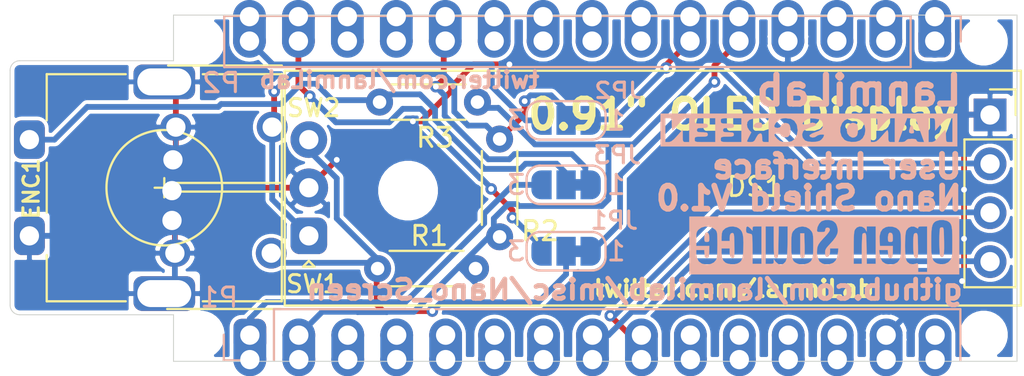
<source format=kicad_pcb>
(kicad_pcb (version 20171130) (host pcbnew "(5.1.5)-3")

  (general
    (thickness 1.6)
    (drawings 17)
    (tracks 226)
    (zones 0)
    (modules 19)
    (nets 33)
  )

  (page A4)
  (layers
    (0 F.Cu signal)
    (31 B.Cu signal)
    (32 B.Adhes user)
    (33 F.Adhes user)
    (34 B.Paste user)
    (35 F.Paste user)
    (36 B.SilkS user)
    (37 F.SilkS user)
    (38 B.Mask user)
    (39 F.Mask user)
    (40 Dwgs.User user)
    (41 Cmts.User user)
    (42 Eco1.User user)
    (43 Eco2.User user)
    (44 Edge.Cuts user)
    (45 Margin user)
    (46 B.CrtYd user)
    (47 F.CrtYd user)
    (48 B.Fab user)
    (49 F.Fab user hide)
  )

  (setup
    (last_trace_width 0.3)
    (trace_clearance 0.2)
    (zone_clearance 0.2)
    (zone_45_only no)
    (trace_min 0.15)
    (via_size 0.6)
    (via_drill 0.3)
    (via_min_size 0.3)
    (via_min_drill 0.3)
    (uvia_size 0.3)
    (uvia_drill 0.1)
    (uvias_allowed no)
    (uvia_min_size 0.2)
    (uvia_min_drill 0.1)
    (edge_width 0.05)
    (segment_width 0.2)
    (pcb_text_width 0.3)
    (pcb_text_size 1.5 1.5)
    (mod_edge_width 0.12)
    (mod_text_size 1 1)
    (mod_text_width 0.15)
    (pad_size 3.2 1.8)
    (pad_drill 2.8)
    (pad_to_mask_clearance 0.051)
    (solder_mask_min_width 0.25)
    (aux_axis_origin 0 0)
    (visible_elements 7FFFFFFF)
    (pcbplotparams
      (layerselection 0x010f0_ffffffff)
      (usegerberextensions false)
      (usegerberattributes false)
      (usegerberadvancedattributes false)
      (creategerberjobfile false)
      (excludeedgelayer true)
      (linewidth 0.100000)
      (plotframeref false)
      (viasonmask false)
      (mode 1)
      (useauxorigin false)
      (hpglpennumber 1)
      (hpglpenspeed 20)
      (hpglpendiameter 15.000000)
      (psnegative false)
      (psa4output false)
      (plotreference true)
      (plotvalue true)
      (plotinvisibletext false)
      (padsonsilk false)
      (subtractmaskfromsilk false)
      (outputformat 1)
      (mirror false)
      (drillshape 0)
      (scaleselection 1)
      (outputdirectory "Releases/V1.0_2020_05_07/PCB/"))
  )

  (net 0 "")
  (net 1 GND)
  (net 2 VCC)
  (net 3 "Net-(P1-Pad13)")
  (net 4 "Net-(P1-Pad10)")
  (net 5 "Net-(P2-Pad7)")
  (net 6 "Net-(P2-Pad3)")
  (net 7 "Net-(P2-Pad2)")
  (net 8 "Net-(P2-Pad1)")
  (net 9 VDD)
  (net 10 "Net-(P1-Pad4)")
  (net 11 "Net-(P1-Pad3)")
  (net 12 "Net-(P2-Pad10)")
  (net 13 "Net-(P2-Pad9)")
  (net 14 "Net-(P2-Pad8)")
  (net 15 /SDA)
  (net 16 /SCL)
  (net 17 +3V3)
  (net 18 "Net-(P1-Pad6)")
  (net 19 "Net-(P1-Pad7)")
  (net 20 "Net-(P1-Pad5)")
  (net 21 /D13)
  (net 22 "Net-(P1-Pad11)")
  (net 23 "Net-(P2-Pad12)")
  (net 24 /D12)
  (net 25 /D8)
  (net 26 "Net-(P2-Pad13)")
  (net 27 /D2)
  (net 28 /D11)
  (net 29 /D3)
  (net 30 /ENCB)
  (net 31 /ENCA)
  (net 32 /SW)

  (net_class Default "This is the default net class."
    (clearance 0.2)
    (trace_width 0.3)
    (via_dia 0.6)
    (via_drill 0.3)
    (uvia_dia 0.3)
    (uvia_drill 0.1)
    (add_net +3V3)
    (add_net /D11)
    (add_net /D12)
    (add_net /D13)
    (add_net /D2)
    (add_net /D3)
    (add_net /D8)
    (add_net /ENCA)
    (add_net /ENCB)
    (add_net /SCL)
    (add_net /SDA)
    (add_net /SW)
    (add_net GND)
    (add_net "Net-(P1-Pad10)")
    (add_net "Net-(P1-Pad11)")
    (add_net "Net-(P1-Pad13)")
    (add_net "Net-(P1-Pad3)")
    (add_net "Net-(P1-Pad4)")
    (add_net "Net-(P1-Pad5)")
    (add_net "Net-(P1-Pad6)")
    (add_net "Net-(P1-Pad7)")
    (add_net "Net-(P2-Pad1)")
    (add_net "Net-(P2-Pad10)")
    (add_net "Net-(P2-Pad12)")
    (add_net "Net-(P2-Pad13)")
    (add_net "Net-(P2-Pad2)")
    (add_net "Net-(P2-Pad3)")
    (add_net "Net-(P2-Pad7)")
    (add_net "Net-(P2-Pad8)")
    (add_net "Net-(P2-Pad9)")
    (add_net VCC)
    (add_net VDD)
  )

  (module Logo:open-source locked (layer B.Cu) (tedit 5E584822) (tstamp 5E588037)
    (at 112.2 99.9 180)
    (attr virtual)
    (fp_text reference G*** (at 0 0 180) (layer B.SilkS) hide
      (effects (font (size 1.524 1.524) (thickness 0.3)) (justify mirror))
    )
    (fp_text value LOGO (at 0.75 0 180) (layer B.SilkS) hide
      (effects (font (size 1.524 1.524) (thickness 0.3)) (justify mirror))
    )
    (fp_poly (pts (xy 6.173687 0.239178) (xy 6.212649 0.126817) (xy 6.223 -0.005183) (xy 6.220033 -0.128521)
      (xy 6.202066 -0.189309) (xy 6.155504 -0.209652) (xy 6.096 -0.211666) (xy 6.02014 -0.206841)
      (xy 5.982752 -0.17763) (xy 5.970239 -0.101927) (xy 5.969 -0.005183) (xy 5.983967 0.154586)
      (xy 6.026589 0.248545) (xy 6.0325 0.254) (xy 6.111578 0.284374) (xy 6.173687 0.239178)) (layer B.SilkS) (width 0.01))
    (fp_poly (pts (xy 1.248834 -0.402166) (xy 1.248431 -0.646028) (xy 1.245961 -0.818116) (xy 1.239523 -0.931324)
      (xy 1.227223 -0.998543) (xy 1.207161 -1.032666) (xy 1.177442 -1.046587) (xy 1.153394 -1.050719)
      (xy 1.070017 -1.039232) (xy 1.035727 -1.006347) (xy 1.028459 -0.944638) (xy 1.023924 -0.815509)
      (xy 1.022397 -0.63617) (xy 1.024155 -0.423832) (xy 1.025333 -0.357794) (xy 1.037167 0.232834)
      (xy 1.248834 0.232834) (xy 1.248834 -0.402166)) (layer B.SilkS) (width 0.01))
    (fp_poly (pts (xy -3.331113 0.204431) (xy -3.304121 0.063454) (xy -3.302 -0.008466) (xy -3.305098 -0.130549)
      (xy -3.323677 -0.190256) (xy -3.371658 -0.209867) (xy -3.429 -0.211666) (xy -3.504374 -0.206985)
      (xy -3.541836 -0.178332) (xy -3.554628 -0.103792) (xy -3.556 -0.001489) (xy -3.54737 0.138794)
      (xy -3.516796 0.218388) (xy -3.477818 0.25053) (xy -3.389051 0.266845) (xy -3.331113 0.204431)) (layer B.SilkS) (width 0.01))
    (fp_poly (pts (xy -6.038716 0.529982) (xy -6.006471 0.501582) (xy -5.991448 0.435414) (xy -5.980489 0.303087)
      (xy -5.973511 0.123008) (xy -5.970434 -0.086416) (xy -5.971176 -0.306778) (xy -5.975656 -0.519673)
      (xy -5.983791 -0.706692) (xy -5.995502 -0.84943) (xy -6.010705 -0.92948) (xy -6.012823 -0.934116)
      (xy -6.072921 -1.006796) (xy -6.137149 -0.996442) (xy -6.176529 -0.957485) (xy -6.196665 -0.894002)
      (xy -6.209583 -0.758376) (xy -6.215464 -0.54678) (xy -6.214492 -0.255387) (xy -6.213463 -0.185442)
      (xy -6.208555 0.076557) (xy -6.202679 0.265949) (xy -6.194326 0.394796) (xy -6.181986 0.475157)
      (xy -6.16415 0.51909) (xy -6.139309 0.538656) (xy -6.122239 0.543376) (xy -6.038716 0.529982)) (layer B.SilkS) (width 0.01))
    (fp_poly (pts (xy -4.677441 0.228553) (xy -4.641596 0.160972) (xy -4.627057 0.05909) (xy -4.618401 -0.09989)
      (xy -4.615337 -0.29286) (xy -4.617573 -0.496712) (xy -4.624818 -0.688339) (xy -4.636779 -0.844633)
      (xy -4.653166 -0.942486) (xy -4.655619 -0.949744) (xy -4.71205 -1.031079) (xy -4.78268 -1.057499)
      (xy -4.840799 -1.021624) (xy -4.849745 -1.003378) (xy -4.856596 -0.942803) (xy -4.860784 -0.8147)
      (xy -4.862065 -0.63617) (xy -4.860193 -0.424317) (xy -4.859 -0.357794) (xy -4.853675 -0.123612)
      (xy -4.847193 0.039256) (xy -4.837309 0.144156) (xy -4.821775 0.204435) (xy -4.798346 0.233439)
      (xy -4.764774 0.244513) (xy -4.757435 0.245638) (xy -4.677441 0.228553)) (layer B.SilkS) (width 0.01))
    (fp_poly (pts (xy 7 -1.9) (xy -7 -1.9) (xy -7 -0.220148) (xy -6.646175 -0.220147)
      (xy -6.645356 -0.498778) (xy -6.642179 -0.706413) (xy -6.635365 -0.856716) (xy -6.623638 -0.963352)
      (xy -6.605721 -1.039984) (xy -6.580336 -1.100277) (xy -6.560675 -1.13481) (xy -6.428226 -1.276824)
      (xy -6.252385 -1.360939) (xy -6.05541 -1.382718) (xy -5.859557 -1.337729) (xy -5.773351 -1.291685)
      (xy -5.696786 -1.230217) (xy -5.639083 -1.151664) (xy -5.597738 -1.044127) (xy -5.57025 -0.895708)
      (xy -5.554117 -0.694506) (xy -5.546837 -0.428623) (xy -5.545666 -0.20884) (xy -5.548625 0.107707)
      (xy -5.559348 0.351325) (xy -5.580602 0.533604) (xy -5.596001 0.592667) (xy -5.334 0.592667)
      (xy -5.334 -1.778) (xy -4.868333 -1.778) (xy -4.868333 -1.540637) (xy -4.865336 -1.406726)
      (xy -4.852316 -1.34051) (xy -4.823228 -1.325111) (xy -4.79425 -1.333773) (xy -4.599003 -1.381317)
      (xy -4.43374 -1.354901) (xy -4.306754 -1.257199) (xy -4.249293 -1.158233) (xy -4.22255 -1.047792)
      (xy -4.203346 -0.875746) (xy -4.19161 -0.661758) (xy -4.187269 -0.425492) (xy -4.187904 -0.374602)
      (xy -3.979175 -0.374602) (xy -3.977051 -0.636464) (xy -3.96956 -0.829214) (xy -3.95526 -0.968317)
      (xy -3.932707 -1.069236) (xy -3.908596 -1.131105) (xy -3.79707 -1.274282) (xy -3.634199 -1.363805)
      (xy -3.437844 -1.394797) (xy -3.225865 -1.36238) (xy -3.155285 -1.336834) (xy -3.016675 -1.242059)
      (xy -2.923885 -1.088407) (xy -2.872054 -0.867396) (xy -2.868371 -0.836083) (xy -2.846733 -0.635)
      (xy -3.297361 -0.635) (xy -3.310264 -0.835702) (xy -3.326422 -0.965338) (xy -3.3591 -1.031141)
      (xy -3.40276 -1.051534) (xy -3.476672 -1.045202) (xy -3.52383 -0.985539) (xy -3.548598 -0.862148)
      (xy -3.555352 -0.687916) (xy -3.556 -0.423333) (xy -2.889439 -0.423333) (xy -2.868918 -0.209766)
      (xy -2.866103 0.076942) (xy -2.91878 0.300074) (xy -3.026837 0.459428) (xy -3.19016 0.554807)
      (xy -3.313164 0.581079) (xy -3.543118 0.577479) (xy -3.735136 0.515271) (xy -3.874529 0.399857)
      (xy -3.897785 0.366053) (xy -3.930593 0.301737) (xy -3.953352 0.224162) (xy -3.967814 0.117375)
      (xy -3.975732 -0.03458) (xy -3.978861 -0.247657) (xy -3.979175 -0.374602) (xy -4.187904 -0.374602)
      (xy -4.190251 -0.186612) (xy -4.200484 0.035219) (xy -4.217896 0.220338) (xy -4.242415 0.34908)
      (xy -4.254938 0.381848) (xy -4.364654 0.518439) (xy -4.506541 0.586474) (xy -4.662117 0.580796)
      (xy -4.774247 0.526767) (xy -4.842199 0.484531) (xy -4.865948 0.494472) (xy -4.868333 0.526767)
      (xy -4.887187 0.566143) (xy -4.955072 0.5865) (xy -5.088972 0.592645) (xy -5.101166 0.592667)
      (xy -2.667 0.592667) (xy -2.667 -1.354666) (xy -2.203201 -1.354666) (xy -2.191684 -0.561463)
      (xy -2.187114 -0.283353) (xy -2.181795 -0.078478) (xy -2.17444 0.064588) (xy -2.163761 0.157275)
      (xy -2.148469 0.211012) (xy -2.127277 0.237227) (xy -2.100573 0.247036) (xy -2.01705 0.233648)
      (xy -1.984804 0.205249) (xy -1.973043 0.145988) (xy -1.962805 0.016912) (xy -1.954767 -0.167131)
      (xy -1.949604 -0.391293) (xy -1.947981 -0.60325) (xy -1.947333 -1.354666) (xy -1.524 -1.354666)
      (xy -1.524 -0.550333) (xy -0.731512 -0.550333) (xy -0.707687 -0.781175) (xy -0.668248 -1.008901)
      (xy -0.599328 -1.170447) (xy -0.492634 -1.281607) (xy -0.423285 -1.32285) (xy -0.220858 -1.388832)
      (xy -0.018363 -1.377305) (xy 0.108717 -1.335023) (xy 0.24853 -1.234478) (xy 0.338045 -1.06945)
      (xy 0.378328 -0.837629) (xy 0.381 -0.744948) (xy 0.374861 -0.585506) (xy 0.349805 -0.4557)
      (xy 0.325771 -0.402166) (xy 0.5715 -0.402166) (xy 0.575066 -0.686646) (xy 0.588422 -0.899992)
      (xy 0.615552 -1.055536) (xy 0.660444 -1.166613) (xy 0.727081 -1.246553) (xy 0.81945 -1.308692)
      (xy 0.846715 -1.32285) (xy 1.07124 -1.389953) (xy 1.30441 -1.374018) (xy 1.416715 -1.336834)
      (xy 1.523468 -1.279947) (xy 1.602044 -1.203023) (xy 1.656436 -1.093529) (xy 1.690636 -0.938933)
      (xy 1.708638 -0.726702) (xy 1.714435 -0.444303) (xy 1.7145 -0.402166) (xy 1.713062 -0.158066)
      (xy 1.707509 0.017773) (xy 1.695983 0.141728) (xy 1.676624 0.230174) (xy 1.647574 0.299488)
      (xy 1.631694 0.3274) (xy 1.497899 0.474865) (xy 1.324817 0.562063) (xy 1.13263 0.588992)
      (xy 0.941515 0.555654) (xy 0.771653 0.462047) (xy 0.654307 0.3274) (xy 0.620534 0.261273)
      (xy 0.597248 0.183033) (xy 0.582592 0.076304) (xy 0.574706 -0.07529) (xy 0.571732 -0.288125)
      (xy 0.5715 -0.402166) (xy 0.325771 -0.402166) (xy 0.29587 -0.335565) (xy 0.203097 -0.205135)
      (xy 0.061525 -0.044443) (xy -0.002493 0.023801) (xy -0.152476 0.189453) (xy -0.244631 0.310107)
      (xy -0.285734 0.395494) (xy -0.28859 0.434709) (xy -0.251703 0.509731) (xy -0.169333 0.529167)
      (xy -0.087917 0.510553) (xy -0.05378 0.438584) (xy -0.050105 0.41275) (xy -0.035561 0.343261)
      (xy 0.002692 0.308884) (xy 0.088046 0.297368) (xy 0.172145 0.296334) (xy 0.296607 0.299723)
      (xy 0.358302 0.317565) (xy 0.379082 0.36137) (xy 0.381 0.406353) (xy 0.350451 0.567899)
      (xy 0.338035 0.592667) (xy 1.905 0.592667) (xy 1.90601 -0.15875) (xy 1.908543 -0.415783)
      (xy 1.914925 -0.655293) (xy 1.924377 -0.859476) (xy 1.936122 -1.010529) (xy 1.946254 -1.0795)
      (xy 2.015888 -1.248152) (xy 2.122884 -1.355709) (xy 2.251706 -1.397259) (xy 2.386821 -1.367889)
      (xy 2.512694 -1.262689) (xy 2.515296 -1.259416) (xy 2.623728 -1.121833) (xy 2.624197 -1.23825)
      (xy 2.630095 -1.307225) (xy 2.661615 -1.341625) (xy 2.740589 -1.35343) (xy 2.836334 -1.354666)
      (xy 3.048 -1.354666) (xy 3.048 0.592667) (xy 3.259667 0.592667) (xy 3.259667 -1.354666)
      (xy 3.725334 -1.354666) (xy 3.725334 -0.591338) (xy 3.726893 -0.300686) (xy 3.728274 -0.242144)
      (xy 4.195457 -0.242144) (xy 4.198408 -0.488788) (xy 4.209401 -0.760933) (xy 4.230143 -0.962489)
      (xy 4.265606 -1.107402) (xy 4.320764 -1.209616) (xy 4.400588 -1.283074) (xy 4.501112 -1.337711)
      (xy 4.660632 -1.376442) (xy 4.851285 -1.376192) (xy 5.032704 -1.339823) (xy 5.135078 -1.292792)
      (xy 5.247009 -1.182492) (xy 5.311603 -1.022857) (xy 5.333893 -0.800943) (xy 5.334 -0.781174)
      (xy 5.334 -0.550333) (xy 4.910667 -0.550333) (xy 4.910667 -0.756816) (xy 4.89201 -0.921612)
      (xy 4.839378 -1.022529) (xy 4.757773 -1.05208) (xy 4.719569 -1.042795) (xy 4.694045 -1.021713)
      (xy 4.676734 -0.973095) (xy 4.666602 -0.884376) (xy 4.662615 -0.74299) (xy 4.66374 -0.536371)
      (xy 4.666113 -0.393007) (xy 4.666672 -0.367644) (xy 5.545667 -0.367644) (xy 5.547681 -0.639722)
      (xy 5.554493 -0.840836) (xy 5.567261 -0.984609) (xy 5.587138 -1.084666) (xy 5.611906 -1.148297)
      (xy 5.724695 -1.280131) (xy 5.889711 -1.363088) (xy 6.086808 -1.392234) (xy 6.295842 -1.362633)
      (xy 6.37405 -1.335023) (xy 6.514628 -1.232163) (xy 6.606803 -1.06649) (xy 6.645454 -0.847962)
      (xy 6.646334 -0.805693) (xy 6.646334 -0.635) (xy 6.227639 -0.635) (xy 6.214736 -0.836083)
      (xy 6.202506 -0.95803) (xy 6.17775 -1.017354) (xy 6.127453 -1.036095) (xy 6.096 -1.037166)
      (xy 6.041249 -1.032503) (xy 6.008572 -1.006442) (xy 5.990993 -0.940881) (xy 5.981536 -0.817714)
      (xy 5.977729 -0.73025) (xy 5.965291 -0.423333) (xy 6.646334 -0.423333) (xy 6.646334 -0.064167)
      (xy 6.644162 0.115103) (xy 6.63384 0.233541) (xy 6.609659 0.314944) (xy 6.56591 0.38311)
      (xy 6.528544 0.426828) (xy 6.381855 0.532339) (xy 6.19607 0.583726) (xy 5.996407 0.581928)
      (xy 5.808085 0.527884) (xy 5.656323 0.422535) (xy 5.630995 0.393394) (xy 5.598136 0.344418)
      (xy 5.574925 0.28492) (xy 5.559716 0.200236) (xy 5.550867 0.075701) (xy 5.546733 -0.10335)
      (xy 5.545669 -0.35158) (xy 5.545667 -0.367644) (xy 4.666672 -0.367644) (xy 4.671476 -0.149992)
      (xy 4.678167 0.021257) (xy 4.688026 0.133638) (xy 4.702894 0.200051) (xy 4.72461 0.233395)
      (xy 4.755015 0.246568) (xy 4.757427 0.247051) (xy 4.843569 0.232261) (xy 4.893797 0.14552)
      (xy 4.910019 -0.010583) (xy 4.910667 -0.169333) (xy 5.334 -0.169333) (xy 5.334 0.054081)
      (xy 5.319581 0.222569) (xy 5.280953 0.349804) (xy 5.26793 0.371823) (xy 5.131455 0.498144)
      (xy 4.949929 0.572784) (xy 4.748065 0.592039) (xy 4.550576 0.552201) (xy 4.440677 0.49587)
      (xy 4.344908 0.415839) (xy 4.275746 0.31521) (xy 4.229947 0.180795) (xy 4.204265 -0.000594)
      (xy 4.195457 -0.242144) (xy 3.728274 -0.242144) (xy 3.731956 -0.08613) (xy 3.741101 0.060853)
      (xy 3.754908 0.148784) (xy 3.773953 0.186185) (xy 3.77825 0.188293) (xy 3.857558 0.209202)
      (xy 3.947584 0.230105) (xy 4.023414 0.257091) (xy 4.056602 0.31174) (xy 4.063999 0.422138)
      (xy 4.064 0.42414) (xy 4.047211 0.547239) (xy 3.997309 0.592548) (xy 3.914992 0.559898)
      (xy 3.829145 0.480652) (xy 3.725334 0.368637) (xy 3.725334 0.480652) (xy 3.720039 0.544747)
      (xy 3.690301 0.578115) (xy 3.61534 0.590754) (xy 3.4925 0.592667) (xy 3.259667 0.592667)
      (xy 3.048 0.592667) (xy 2.624667 0.592667) (xy 2.624019 -0.179916) (xy 2.621902 -0.430048)
      (xy 2.61642 -0.652807) (xy 2.608219 -0.833589) (xy 2.597949 -0.95779) (xy 2.587196 -1.009581)
      (xy 2.520203 -1.050521) (xy 2.471427 -1.051366) (xy 2.443776 -1.040847) (xy 2.423079 -1.013896)
      (xy 2.408097 -0.959237) (xy 2.397593 -0.865591) (xy 2.390329 -0.721683) (xy 2.385066 -0.516236)
      (xy 2.380567 -0.237974) (xy 2.380336 -0.221701) (xy 2.368839 0.592667) (xy 1.905 0.592667)
      (xy 0.338035 0.592667) (xy 0.271546 0.725302) (xy 0.1634 0.84418) (xy 0.123394 0.869699)
      (xy -0.032669 0.918125) (xy -0.213086 0.927973) (xy -0.380278 0.899878) (xy -0.46683 0.859704)
      (xy -0.562012 0.786207) (xy -0.620006 0.709084) (xy -0.663303 0.594415) (xy -0.678976 0.53975)
      (xy -0.703924 0.372003) (xy -0.677801 0.209906) (xy -0.594717 0.039429) (xy -0.448784 -0.153455)
      (xy -0.335555 -0.278454) (xy -0.200998 -0.423378) (xy -0.115308 -0.526869) (xy -0.067573 -0.607453)
      (xy -0.046885 -0.683658) (xy -0.042335 -0.774012) (xy -0.042333 -0.776428) (xy -0.056683 -0.920108)
      (xy -0.100232 -0.986593) (xy -0.104608 -0.988505) (xy -0.187351 -0.982422) (xy -0.253757 -0.908919)
      (xy -0.291736 -0.785139) (xy -0.296333 -0.716642) (xy -0.296333 -0.550333) (xy -0.731512 -0.550333)
      (xy -1.524 -0.550333) (xy -1.524 -0.527064) (xy -1.525345 -0.222653) (xy -1.529905 0.008806)
      (xy -1.538469 0.178993) (xy -1.551827 0.299587) (xy -1.570765 0.382268) (xy -1.58827 0.424823)
      (xy -1.68655 0.53611) (xy -1.818254 0.586908) (xy -1.958039 0.576819) (xy -2.080563 0.505448)
      (xy -2.135068 0.433379) (xy -2.197943 0.3175) (xy -2.199638 0.455084) (xy -2.201333 0.592667)
      (xy -2.667 0.592667) (xy -5.101166 0.592667) (xy -5.334 0.592667) (xy -5.596001 0.592667)
      (xy -5.615156 0.666136) (xy -5.665779 0.760509) (xy -5.735238 0.828314) (xy -5.803273 0.869699)
      (xy -5.974587 0.92055) (xy -6.173493 0.925229) (xy -6.356736 0.883924) (xy -6.393719 0.867117)
      (xy -6.476316 0.81694) (xy -6.538869 0.755331) (xy -6.584094 0.670583) (xy -6.61471 0.55099)
      (xy -6.633436 0.384844) (xy -6.64299 0.160438) (xy -6.64609 -0.133935) (xy -6.646175 -0.220147)
      (xy -7 -0.220147) (xy -7 1.1) (xy 7 1.1) (xy 7 -1.9)) (layer B.SilkS) (width 0.01))
  )

  (module Logo:nano-screen locked (layer B.Cu) (tedit 5E581E3D) (tstamp 5E587B95)
    (at 111.4 94.25 180)
    (attr virtual)
    (fp_text reference G*** (at 0 0) (layer B.SilkS) hide
      (effects (font (size 1.524 1.524) (thickness 0.3)) (justify mirror))
    )
    (fp_text value LOGO (at 0.75 0) (layer B.SilkS) hide
      (effects (font (size 1.524 1.524) (thickness 0.3)) (justify mirror))
    )
    (fp_poly (pts (xy 2.733754 0.308943) (xy 2.835049 0.236429) (xy 2.864055 0.146109) (xy 2.851973 0.115361)
      (xy 2.775789 0.075492) (xy 2.638369 0.056667) (xy 2.621336 0.056444) (xy 2.489182 0.067419)
      (xy 2.435692 0.116506) (xy 2.427111 0.197555) (xy 2.446407 0.299901) (xy 2.527103 0.336063)
      (xy 2.589533 0.338666) (xy 2.733754 0.308943)) (layer B.SilkS) (width 0.01))
    (fp_poly (pts (xy -2.148277 0.279132) (xy -2.118979 0.260705) (xy -2.008544 0.129376) (xy -1.967013 -0.046555)
      (xy -1.995628 -0.223986) (xy -2.095627 -0.359818) (xy -2.101003 -0.363689) (xy -2.238226 -0.438315)
      (xy -2.354613 -0.432911) (xy -2.441222 -0.39059) (xy -2.506617 -0.315205) (xy -2.536172 -0.171213)
      (xy -2.54 -0.05243) (xy -2.532315 0.12216) (xy -2.499519 0.220555) (xy -2.426997 0.278959)
      (xy -2.401201 0.291439) (xy -2.272751 0.32414) (xy -2.148277 0.279132)) (layer B.SilkS) (width 0.01))
    (fp_poly (pts (xy -5.287511 0.167333) (xy -5.253302 0.095103) (xy -5.199647 -0.083856) (xy -5.211518 -0.184577)
      (xy -5.293134 -0.223611) (xy -5.335075 -0.225778) (xy -5.433681 -0.21245) (xy -5.455217 -0.14931)
      (xy -5.440347 -0.070556) (xy -5.386384 0.116171) (xy -5.336883 0.194188) (xy -5.287511 0.167333)) (layer B.SilkS) (width 0.01))
    (fp_poly (pts (xy 7.7 -0.9) (xy -7.7 -0.900001) (xy -7.7 0.564443) (xy -7.450666 0.564444)
      (xy -7.450666 -0.677334) (xy -7.281333 -0.677334) (xy -7.184528 -0.672121) (xy -7.134141 -0.637958)
      (xy -7.115018 -0.547058) (xy -7.112 -0.371637) (xy -7.112 -0.366889) (xy -7.105051 -0.197447)
      (xy -7.087124 -0.085846) (xy -7.069666 -0.059185) (xy -7.015478 -0.101192) (xy -6.912973 -0.20906)
      (xy -6.783727 -0.359996) (xy -6.775833 -0.36963) (xy -6.62153 -0.544459) (xy -6.502621 -0.640674)
      (xy -6.395591 -0.675958) (xy -6.366611 -0.677334) (xy -6.208889 -0.677334) (xy -5.979527 -0.677334)
      (xy -5.783763 -0.677334) (xy -5.638359 -0.658625) (xy -5.588246 -0.599096) (xy -5.588 -0.592667)
      (xy -5.554974 -0.537036) (xy -5.442533 -0.511567) (xy -5.332228 -0.508) (xy -5.142258 -0.525424)
      (xy -5.050505 -0.579547) (xy -5.043967 -0.592667) (xy -4.964139 -0.656485) (xy -4.827012 -0.677334)
      (xy -4.642547 -0.677334) (xy -4.870159 -0.053633) (xy -5.095719 0.564444) (xy -4.459111 0.564444)
      (xy -4.459111 -0.677334) (xy -4.289777 -0.677334) (xy -4.192972 -0.672121) (xy -4.142586 -0.637958)
      (xy -4.123462 -0.547058) (xy -4.120444 -0.371637) (xy -4.120444 -0.366889) (xy -4.113498 -0.197584)
      (xy -4.095578 -0.086251) (xy -4.078111 -0.059819) (xy -4.023564 -0.101878) (xy -3.920137 -0.209276)
      (xy -3.78961 -0.359313) (xy -3.781777 -0.368712) (xy -3.622245 -0.54536) (xy -3.498329 -0.641935)
      (xy -3.387661 -0.675222) (xy -3.372555 -0.675782) (xy -3.217333 -0.677334) (xy -3.217333 -0.054349)
      (xy -2.931228 -0.054349) (xy -2.896025 -0.279857) (xy -2.79146 -0.476296) (xy -2.646676 -0.598565)
      (xy -2.445317 -0.663166) (xy -2.207633 -0.673609) (xy -1.982911 -0.632146) (xy -1.844 -0.561877)
      (xy -1.69562 -0.3794) (xy -1.675818 -0.314155) (xy -0.790222 -0.314155) (xy -0.748111 -0.429897)
      (xy -0.64898 -0.550669) (xy -0.546643 -0.620495) (xy -0.366407 -0.662282) (xy -0.149501 -0.671194)
      (xy 0.056049 -0.648903) (xy 0.20222 -0.597079) (xy 0.206328 -0.594293) (xy 0.320745 -0.45463)
      (xy 0.354448 -0.278886) (xy 0.299777 -0.114788) (xy 0.245697 -0.071091) (xy 0.580689 -0.071091)
      (xy 0.628414 -0.32655) (xy 0.755354 -0.534531) (xy 0.763175 -0.542529) (xy 0.878806 -0.629773)
      (xy 1.024573 -0.669716) (xy 1.18711 -0.677334) (xy 1.379562 -0.666029) (xy 1.511367 -0.619752)
      (xy 1.633568 -0.519958) (xy 1.641231 -0.512342) (xy 1.766335 -0.368413) (xy 1.795839 -0.277701)
      (xy 1.729638 -0.233216) (xy 1.636889 -0.225778) (xy 1.518 -0.242476) (xy 1.467569 -0.28271)
      (xy 1.467556 -0.283433) (xy 1.41905 -0.362011) (xy 1.303566 -0.41326) (xy 1.166153 -0.423769)
      (xy 1.079585 -0.398933) (xy 0.99491 -0.297438) (xy 0.953326 -0.135025) (xy 0.955147 0.045574)
      (xy 1.000687 0.201627) (xy 1.074577 0.283363) (xy 1.232149 0.319117) (xy 1.368991 0.269066)
      (xy 1.44025 0.166446) (xy 1.51631 0.078005) (xy 1.640693 0.056444) (xy 1.769977 0.084203)
      (xy 1.801839 0.164422) (xy 1.736272 0.292518) (xy 1.641231 0.399453) (xy 1.511988 0.506217)
      (xy 1.373783 0.554351) (xy 1.202235 0.564444) (xy 2.088445 0.564444) (xy 2.088445 -0.677334)
      (xy 2.257778 -0.677334) (xy 2.366356 -0.668418) (xy 2.414623 -0.620103) (xy 2.426844 -0.500037)
      (xy 2.427111 -0.451556) (xy 2.437451 -0.302348) (xy 2.477094 -0.236838) (xy 2.531428 -0.225778)
      (xy 2.631438 -0.280263) (xy 2.730675 -0.436598) (xy 2.737556 -0.451556) (xy 2.813806 -0.595429)
      (xy 2.893785 -0.660911) (xy 3.015185 -0.67727) (xy 3.028351 -0.677334) (xy 3.155561 -0.669347)
      (xy 3.216442 -0.649823) (xy 3.217334 -0.646863) (xy 3.193871 -0.582386) (xy 3.134765 -0.455711)
      (xy 3.103685 -0.393622) (xy 2.990037 -0.170853) (xy 3.103685 -0.057204) (xy 3.188797 0.084246)
      (xy 3.217334 0.222577) (xy 3.187952 0.373409) (xy 3.09137 0.476199) (xy 2.914931 0.537218)
      (xy 2.64598 0.562738) (xy 2.527441 0.564444) (xy 3.499556 0.564444) (xy 3.499556 -0.677334)
      (xy 4.035778 -0.677334) (xy 4.284191 -0.676354) (xy 4.44086 -0.669704) (xy 4.526932 -0.65182)
      (xy 4.563551 -0.617138) (xy 4.571865 -0.560092) (xy 4.572 -0.536223) (xy 4.564829 -0.458017)
      (xy 4.525645 -0.415794) (xy 4.427939 -0.398508) (xy 4.245204 -0.395115) (xy 4.233334 -0.395111)
      (xy 4.044181 -0.390992) (xy 3.941973 -0.372898) (xy 3.900893 -0.332223) (xy 3.894667 -0.282223)
      (xy 3.909526 -0.214511) (xy 3.972594 -0.180741) (xy 4.111612 -0.169817) (xy 4.176889 -0.169334)
      (xy 4.346167 -0.16339) (xy 4.430593 -0.138163) (xy 4.457904 -0.082556) (xy 4.459111 -0.056445)
      (xy 4.444253 0.011267) (xy 4.381184 0.045037) (xy 4.242167 0.055961) (xy 4.176889 0.056444)
      (xy 4.007611 0.062388) (xy 3.923186 0.087615) (xy 3.895875 0.143222) (xy 3.894667 0.169333)
      (xy 3.907024 0.232384) (xy 3.961307 0.266453) (xy 4.083332 0.280147) (xy 4.233334 0.282222)
      (xy 4.421027 0.28521) (xy 4.522363 0.301537) (xy 4.563849 0.342247) (xy 4.571993 0.418387)
      (xy 4.572 0.423333) (xy 4.568277 0.488705) (xy 4.543008 0.529934) (xy 4.47505 0.552584)
      (xy 4.343256 0.562221) (xy 4.12648 0.564408) (xy 4.035778 0.564444) (xy 4.854223 0.564444)
      (xy 4.854223 -0.677334) (xy 5.390445 -0.677334) (xy 5.638857 -0.676354) (xy 5.795527 -0.669704)
      (xy 5.881598 -0.65182) (xy 5.918218 -0.617138) (xy 5.926531 -0.560092) (xy 5.926667 -0.536223)
      (xy 5.919496 -0.458017) (xy 5.880312 -0.415794) (xy 5.782606 -0.398508) (xy 5.599871 -0.395115)
      (xy 5.588 -0.395111) (xy 5.398848 -0.390992) (xy 5.29664 -0.372898) (xy 5.25556 -0.332223)
      (xy 5.249334 -0.282223) (xy 5.264192 -0.214511) (xy 5.327261 -0.180741) (xy 5.466278 -0.169817)
      (xy 5.531556 -0.169334) (xy 5.700834 -0.16339) (xy 5.785259 -0.138163) (xy 5.81257 -0.082556)
      (xy 5.813778 -0.056445) (xy 5.798919 0.011267) (xy 5.735851 0.045037) (xy 5.596833 0.055961)
      (xy 5.531556 0.056444) (xy 5.362278 0.062388) (xy 5.277852 0.087615) (xy 5.250541 0.143222)
      (xy 5.249334 0.169333) (xy 5.261691 0.232384) (xy 5.315973 0.266453) (xy 5.437999 0.280147)
      (xy 5.588 0.282222) (xy 5.775694 0.28521) (xy 5.877029 0.301537) (xy 5.918515 0.342247)
      (xy 5.926659 0.418387) (xy 5.926667 0.423333) (xy 5.922943 0.488705) (xy 5.897675 0.529934)
      (xy 5.829717 0.552584) (xy 5.697922 0.562221) (xy 5.481147 0.564408) (xy 5.390445 0.564444)
      (xy 6.208889 0.564444) (xy 6.208889 -0.677334) (xy 6.378223 -0.677334) (xy 6.473462 -0.672497)
      (xy 6.524052 -0.639867) (xy 6.54424 -0.552265) (xy 6.548273 -0.382512) (xy 6.548354 -0.352778)
      (xy 6.549153 -0.028223) (xy 6.835252 -0.352778) (xy 7.001508 -0.529896) (xy 7.126774 -0.631089)
      (xy 7.234415 -0.673182) (xy 7.286009 -0.677334) (xy 7.450667 -0.677334) (xy 7.450667 0.564444)
      (xy 7.281334 0.564444) (xy 7.184529 0.559231) (xy 7.134142 0.525068) (xy 7.115018 0.434169)
      (xy 7.112 0.258747) (xy 7.112 0.254) (xy 7.10504 0.084047) (xy 7.087087 -0.028552)
      (xy 7.069667 -0.056061) (xy 7.015515 -0.015309) (xy 6.912849 0.091562) (xy 6.783134 0.242089)
      (xy 6.773334 0.254) (xy 6.616631 0.430671) (xy 6.495739 0.527947) (xy 6.387997 0.562996)
      (xy 6.364111 0.564061) (xy 6.208889 0.564444) (xy 5.390445 0.564444) (xy 4.854223 0.564444)
      (xy 4.035778 0.564444) (xy 3.499556 0.564444) (xy 2.527441 0.564444) (xy 2.088445 0.564444)
      (xy 1.202235 0.564444) (xy 0.941139 0.533335) (xy 0.759751 0.432905) (xy 0.641331 0.252504)
      (xy 0.619617 0.193701) (xy 0.580689 -0.071091) (xy 0.245697 -0.071091) (xy 0.202979 -0.036575)
      (xy 0.03852 0.043957) (xy -0.09037 0.088753) (xy -0.264091 0.150792) (xy -0.364569 0.210924)
      (xy -0.37965 0.244787) (xy -0.308944 0.306854) (xy -0.186706 0.330511) (xy -0.069846 0.308711)
      (xy -0.038645 0.287001) (xy 0.049548 0.244459) (xy 0.17305 0.227372) (xy 0.284948 0.236842)
      (xy 0.338329 0.273975) (xy 0.338667 0.278125) (xy 0.298314 0.345094) (xy 0.199554 0.440008)
      (xy 0.183445 0.453007) (xy 0.060541 0.5287) (xy -0.080003 0.557403) (xy -0.264689 0.551521)
      (xy -0.510301 0.511145) (xy -0.659878 0.432953) (xy -0.726509 0.30804) (xy -0.732913 0.232977)
      (xy -0.714193 0.084208) (xy -0.645331 -0.020613) (xy -0.504164 -0.103568) (xy -0.331904 -0.166549)
      (xy -0.157767 -0.236458) (xy -0.050074 -0.306413) (xy -0.028222 -0.344441) (xy -0.074141 -0.410999)
      (xy -0.181376 -0.438694) (xy -0.30414 -0.424348) (xy -0.392742 -0.369743) (xy -0.474492 -0.320004)
      (xy -0.596629 -0.287718) (xy -0.714921 -0.27907) (xy -0.785133 -0.300247) (xy -0.790222 -0.314155)
      (xy -1.675818 -0.314155) (xy -1.625982 -0.149957) (xy -1.635087 0.092526) (xy -1.722935 0.314123)
      (xy -1.844 0.448988) (xy -2.027777 0.534014) (xy -2.264511 0.564587) (xy -2.506723 0.537791)
      (xy -2.626244 0.497011) (xy -2.795778 0.364042) (xy -2.897626 0.17027) (xy -2.931228 -0.054349)
      (xy -3.217333 -0.054349) (xy -3.217333 0.564444) (xy -3.386666 0.564444) (xy -3.481906 0.559607)
      (xy -3.532496 0.526978) (xy -3.552684 0.439376) (xy -3.556717 0.269623) (xy -3.556798 0.239889)
      (xy -3.557597 -0.084667) (xy -3.843696 0.239889) (xy -4.009952 0.417007) (xy -4.135218 0.5182)
      (xy -4.242858 0.560292) (xy -4.294453 0.564444) (xy -4.459111 0.564444) (xy -5.095719 0.564444)
      (xy -5.097772 0.570067) (xy -5.321955 0.553144) (xy -5.546137 0.536222) (xy -5.979527 -0.677334)
      (xy -6.208889 -0.677334) (xy -6.208889 0.564444) (xy -6.378222 0.564444) (xy -6.473462 0.559607)
      (xy -6.524052 0.526978) (xy -6.54424 0.439376) (xy -6.548272 0.269623) (xy -6.548354 0.239889)
      (xy -6.549152 -0.084667) (xy -6.835252 0.239889) (xy -7.001508 0.417007) (xy -7.126773 0.5182)
      (xy -7.234414 0.560292) (xy -7.286009 0.564444) (xy -7.450666 0.564444) (xy -7.7 0.564444)
      (xy -7.7 0.8) (xy 7.7 0.8) (xy 7.7 -0.9)) (layer B.SilkS) (width 0.01))
  )

  (module _Display:091_OLED_DISPLAY (layer F.Cu) (tedit 5E56DAFD) (tstamp 5E55A428)
    (at 122.3 97.32 180)
    (descr https://onion.io/omega2/)
    (tags "Omega Onion module")
    (path /5E54E8F0)
    (fp_text reference DS1 (at 13.7 0.07) (layer F.SilkS)
      (effects (font (size 1 1) (thickness 0.15)))
    )
    (fp_text value DotMatrix (at 12.2 0.9) (layer F.Fab)
      (effects (font (size 1 1) (thickness 0.15)))
    )
    (fp_line (start 0.25 5.08) (end 2.75 5.08) (layer F.Fab) (width 0.1))
    (fp_line (start 0.25 -5.08) (end 2.75 -5.08) (layer F.Fab) (width 0.1))
    (fp_line (start 2.75 -5.08) (end 2.75 5.08) (layer F.Fab) (width 0.1))
    (fp_line (start 0.25 -5.08) (end 0.25 5.08) (layer F.Fab) (width 0.1))
    (fp_line (start 38.2 -6.2) (end 38.2 6.2) (layer F.CrtYd) (width 0.05))
    (fp_line (start -0.2 6.2) (end 38.2 6.2) (layer F.CrtYd) (width 0.05))
    (fp_line (start 38.1 -6.1) (end 38.1 6.1) (layer F.SilkS) (width 0.12))
    (fp_line (start -0.1 6.1) (end 38.1 6.1) (layer F.SilkS) (width 0.12))
    (fp_line (start 0 6) (end 38 6) (layer F.Fab) (width 0.1))
    (fp_line (start 38 -6) (end 38 6) (layer F.Fab) (width 0.1))
    (fp_line (start 0 -6) (end 0 6) (layer F.Fab) (width 0.1))
    (fp_line (start 0 -6) (end 38 -6) (layer F.Fab) (width 0.1))
    (fp_line (start -0.2 -6.2) (end -0.2 6.2) (layer F.CrtYd) (width 0.05))
    (fp_line (start -0.2 -6.2) (end 38.2 -6.2) (layer F.CrtYd) (width 0.05))
    (fp_line (start -0.1 -6.1) (end 38.1 -6.1) (layer F.SilkS) (width 0.12))
    (fp_line (start -0.1 -6.1) (end -0.1 6.1) (layer F.SilkS) (width 0.12))
    (fp_line (start 0.23 4.435) (end 0.23 -5.09) (layer F.Fab) (width 0.1))
    (fp_line (start 2.83 2.53) (end 0.17 2.53) (layer F.SilkS) (width 0.12))
    (fp_line (start 2.77 5.07) (end 0.865 5.07) (layer F.Fab) (width 0.1))
    (fp_line (start 2.83 2.53) (end 2.83 -5.15) (layer F.SilkS) (width 0.12))
    (fp_line (start 0.17 5.13) (end 0.17 3.8) (layer F.SilkS) (width 0.12))
    (fp_line (start 1.5 5.13) (end 0.17 5.13) (layer F.SilkS) (width 0.12))
    (fp_line (start -0.25 -5.6) (end 3.3 -5.6) (layer F.CrtYd) (width 0.05))
    (fp_line (start 0.865 5.07) (end 0.23 4.435) (layer F.Fab) (width 0.1))
    (fp_line (start 3.3 5.6) (end -0.25 5.6) (layer F.CrtYd) (width 0.05))
    (fp_line (start 2.83 -5.15) (end 0.17 -5.15) (layer F.SilkS) (width 0.12))
    (fp_line (start 0.17 2.53) (end 0.17 -5.15) (layer F.SilkS) (width 0.12))
    (fp_line (start -0.25 5.6) (end -0.25 -5.6) (layer F.CrtYd) (width 0.05))
    (fp_line (start 0.23 -5.09) (end 2.77 -5.09) (layer F.Fab) (width 0.1))
    (fp_line (start 2.77 -5.09) (end 2.77 5.07) (layer F.Fab) (width 0.1))
    (fp_line (start 3.3 -5.6) (end 3.3 5.6) (layer F.CrtYd) (width 0.05))
    (fp_text user %R (at 1.4 -0.01 90) (layer F.Fab)
      (effects (font (size 1 1) (thickness 0.15)))
    )
    (pad 2 thru_hole oval (at 1.5 1.26) (size 1.7 1.7) (drill 1) (layers *.Cu *.Mask)
      (net 17 +3V3))
    (pad 4 thru_hole oval (at 1.5 -3.82) (size 1.7 1.7) (drill 1) (layers *.Cu *.Mask)
      (net 15 /SDA))
    (pad 1 thru_hole rect (at 1.5 3.8) (size 1.7 1.7) (drill 1) (layers *.Cu *.Mask)
      (net 1 GND))
    (pad 3 thru_hole oval (at 1.5 -1.28) (size 1.7 1.7) (drill 1) (layers *.Cu *.Mask)
      (net 16 /SCL))
    (model "D:/Workspace/Komponente/EDA Library/KiCad/3D/OLED_0.91_128x32.stp"
      (offset (xyz 19 0 2.6))
      (scale (xyz 1 1 1))
      (rotate (xyz 0 0 0))
    )
  )

  (module Jumper:SolderJumper-3_P1.3mm_Bridged12_RoundedPad1.0x1.5mm_NumberLabels (layer B.Cu) (tedit 5C745336) (tstamp 5E55B6E7)
    (at 98.8 97.15 180)
    (descr "SMD Solder 3-pad Jumper, 1x1.5mm rounded Pads, 0.3mm gap, pads 1-2 bridged with 1 copper strip, labeled with numbers")
    (tags "solder jumper open")
    (path /5E5740D2)
    (attr virtual)
    (fp_text reference JP3 (at -2.65 1.55) (layer B.SilkS)
      (effects (font (size 0.9 0.9) (thickness 0.16)) (justify mirror))
    )
    (fp_text value SolderJumper_3_Bridged12 (at 0 -1.9) (layer B.Fab)
      (effects (font (size 1 1) (thickness 0.15)) (justify mirror))
    )
    (fp_poly (pts (xy -0.9 0.3) (xy -0.4 0.3) (xy -0.4 -0.3) (xy -0.9 -0.3)) (layer B.Cu) (width 0))
    (fp_arc (start -1.35 0.3) (end -1.35 1) (angle 90) (layer B.SilkS) (width 0.12))
    (fp_arc (start -1.35 -0.3) (end -2.05 -0.3) (angle 90) (layer B.SilkS) (width 0.12))
    (fp_arc (start 1.35 -0.3) (end 1.35 -1) (angle 90) (layer B.SilkS) (width 0.12))
    (fp_arc (start 1.35 0.3) (end 2.05 0.3) (angle 90) (layer B.SilkS) (width 0.12))
    (fp_line (start 2.3 -1.25) (end -2.3 -1.25) (layer B.CrtYd) (width 0.05))
    (fp_line (start 2.3 -1.25) (end 2.3 1.25) (layer B.CrtYd) (width 0.05))
    (fp_line (start -2.3 1.25) (end -2.3 -1.25) (layer B.CrtYd) (width 0.05))
    (fp_line (start -2.3 1.25) (end 2.3 1.25) (layer B.CrtYd) (width 0.05))
    (fp_line (start -1.4 1) (end 1.4 1) (layer B.SilkS) (width 0.12))
    (fp_line (start 2.05 0.3) (end 2.05 -0.3) (layer B.SilkS) (width 0.12))
    (fp_line (start 1.4 -1) (end -1.4 -1) (layer B.SilkS) (width 0.12))
    (fp_line (start -2.05 -0.3) (end -2.05 0.3) (layer B.SilkS) (width 0.12))
    (fp_text user 1 (at -2.6 0) (layer B.SilkS)
      (effects (font (size 1 1) (thickness 0.15)) (justify mirror))
    )
    (fp_text user 3 (at 2.6 0) (layer B.SilkS)
      (effects (font (size 1 1) (thickness 0.15)) (justify mirror))
    )
    (pad 1 smd custom (at -1.3 0 180) (size 1 0.5) (layers B.Cu B.Mask)
      (net 25 /D8) (zone_connect 2)
      (options (clearance outline) (anchor rect))
      (primitives
        (gr_poly (pts
           (xy 0.55 0.75) (xy 0 0.75) (xy 0 -0.75) (xy 0.55 -0.75)) (width 0))
        (gr_circle (center 0 -0.25) (end 0.5 -0.25) (width 0))
        (gr_circle (center 0 0.25) (end 0.5 0.25) (width 0))
      ))
    (pad 2 smd rect (at 0 0 180) (size 1 1.5) (layers B.Cu B.Mask)
      (net 32 /SW))
    (pad 3 smd custom (at 1.3 0 180) (size 1 0.5) (layers B.Cu B.Mask)
      (net 21 /D13) (zone_connect 2)
      (options (clearance outline) (anchor rect))
      (primitives
        (gr_circle (center 0 -0.25) (end 0.5 -0.25) (width 0))
        (gr_circle (center 0 0.25) (end 0.5 0.25) (width 0))
        (gr_poly (pts
           (xy -0.55 0.75) (xy 0 0.75) (xy 0 -0.75) (xy -0.55 -0.75)) (width 0))
      ))
  )

  (module Jumper:SolderJumper-3_P1.3mm_Bridged12_RoundedPad1.0x1.5mm_NumberLabels (layer B.Cu) (tedit 5C745336) (tstamp 5E55B6D1)
    (at 98.8 93.8 180)
    (descr "SMD Solder 3-pad Jumper, 1x1.5mm rounded Pads, 0.3mm gap, pads 1-2 bridged with 1 copper strip, labeled with numbers")
    (tags "solder jumper open")
    (path /5E572F1B)
    (attr virtual)
    (fp_text reference JP2 (at -2.7 1.55) (layer B.SilkS)
      (effects (font (size 0.8 0.9) (thickness 0.16)) (justify mirror))
    )
    (fp_text value SolderJumper_3_Bridged12 (at 0 -1.9) (layer B.Fab)
      (effects (font (size 1 1) (thickness 0.15)) (justify mirror))
    )
    (fp_poly (pts (xy -0.9 0.3) (xy -0.4 0.3) (xy -0.4 -0.3) (xy -0.9 -0.3)) (layer B.Cu) (width 0))
    (fp_arc (start -1.35 0.3) (end -1.35 1) (angle 90) (layer B.SilkS) (width 0.12))
    (fp_arc (start -1.35 -0.3) (end -2.05 -0.3) (angle 90) (layer B.SilkS) (width 0.12))
    (fp_arc (start 1.35 -0.3) (end 1.35 -1) (angle 90) (layer B.SilkS) (width 0.12))
    (fp_arc (start 1.35 0.3) (end 2.05 0.3) (angle 90) (layer B.SilkS) (width 0.12))
    (fp_line (start 2.3 -1.25) (end -2.3 -1.25) (layer B.CrtYd) (width 0.05))
    (fp_line (start 2.3 -1.25) (end 2.3 1.25) (layer B.CrtYd) (width 0.05))
    (fp_line (start -2.3 1.25) (end -2.3 -1.25) (layer B.CrtYd) (width 0.05))
    (fp_line (start -2.3 1.25) (end 2.3 1.25) (layer B.CrtYd) (width 0.05))
    (fp_line (start -1.4 1) (end 1.4 1) (layer B.SilkS) (width 0.12))
    (fp_line (start 2.05 0.3) (end 2.05 -0.3) (layer B.SilkS) (width 0.12))
    (fp_line (start 1.4 -1) (end -1.4 -1) (layer B.SilkS) (width 0.12))
    (fp_line (start -2.05 -0.3) (end -2.05 0.3) (layer B.SilkS) (width 0.12))
    (fp_text user 1 (at -2.6 0) (layer B.SilkS)
      (effects (font (size 1 1) (thickness 0.15)) (justify mirror))
    )
    (fp_text user 3 (at 2.6 0) (layer B.SilkS)
      (effects (font (size 1 1) (thickness 0.15)) (justify mirror))
    )
    (pad 1 smd custom (at -1.3 0 180) (size 1 0.5) (layers B.Cu B.Mask)
      (net 29 /D3) (zone_connect 2)
      (options (clearance outline) (anchor rect))
      (primitives
        (gr_poly (pts
           (xy 0.55 0.75) (xy 0 0.75) (xy 0 -0.75) (xy 0.55 -0.75)) (width 0))
        (gr_circle (center 0 -0.25) (end 0.5 -0.25) (width 0))
        (gr_circle (center 0 0.25) (end 0.5 0.25) (width 0))
      ))
    (pad 2 smd rect (at 0 0 180) (size 1 1.5) (layers B.Cu B.Mask)
      (net 31 /ENCA))
    (pad 3 smd custom (at 1.3 0 180) (size 1 0.5) (layers B.Cu B.Mask)
      (net 24 /D12) (zone_connect 2)
      (options (clearance outline) (anchor rect))
      (primitives
        (gr_circle (center 0 -0.25) (end 0.5 -0.25) (width 0))
        (gr_circle (center 0 0.25) (end 0.5 0.25) (width 0))
        (gr_poly (pts
           (xy -0.55 0.75) (xy 0 0.75) (xy 0 -0.75) (xy -0.55 -0.75)) (width 0))
      ))
  )

  (module Jumper:SolderJumper-3_P1.3mm_Bridged12_RoundedPad1.0x1.5mm_NumberLabels (layer B.Cu) (tedit 5C745336) (tstamp 5E589D07)
    (at 98.8 100.6 180)
    (descr "SMD Solder 3-pad Jumper, 1x1.5mm rounded Pads, 0.3mm gap, pads 1-2 bridged with 1 copper strip, labeled with numbers")
    (tags "solder jumper open")
    (path /5E571EE8)
    (attr virtual)
    (fp_text reference JP1 (at -2.5 1.6) (layer B.SilkS)
      (effects (font (size 0.9 0.9) (thickness 0.16)) (justify mirror))
    )
    (fp_text value SolderJumper_3_Bridged12 (at 0 -1.9) (layer B.Fab)
      (effects (font (size 1 1) (thickness 0.15)) (justify mirror))
    )
    (fp_poly (pts (xy -0.9 0.3) (xy -0.4 0.3) (xy -0.4 -0.3) (xy -0.9 -0.3)) (layer B.Cu) (width 0))
    (fp_arc (start -1.35 0.3) (end -1.35 1) (angle 90) (layer B.SilkS) (width 0.12))
    (fp_arc (start -1.35 -0.3) (end -2.05 -0.3) (angle 90) (layer B.SilkS) (width 0.12))
    (fp_arc (start 1.35 -0.3) (end 1.35 -1) (angle 90) (layer B.SilkS) (width 0.12))
    (fp_arc (start 1.35 0.3) (end 2.05 0.3) (angle 90) (layer B.SilkS) (width 0.12))
    (fp_line (start 2.3 -1.25) (end -2.3 -1.25) (layer B.CrtYd) (width 0.05))
    (fp_line (start 2.3 -1.25) (end 2.3 1.25) (layer B.CrtYd) (width 0.05))
    (fp_line (start -2.3 1.25) (end -2.3 -1.25) (layer B.CrtYd) (width 0.05))
    (fp_line (start -2.3 1.25) (end 2.3 1.25) (layer B.CrtYd) (width 0.05))
    (fp_line (start -1.4 1) (end 1.4 1) (layer B.SilkS) (width 0.12))
    (fp_line (start 2.05 0.3) (end 2.05 -0.3) (layer B.SilkS) (width 0.12))
    (fp_line (start 1.4 -1) (end -1.4 -1) (layer B.SilkS) (width 0.12))
    (fp_line (start -2.05 -0.3) (end -2.05 0.3) (layer B.SilkS) (width 0.12))
    (fp_text user 1 (at -2.6 0) (layer B.SilkS)
      (effects (font (size 1 1) (thickness 0.15)) (justify mirror))
    )
    (fp_text user 3 (at 2.6 0) (layer B.SilkS)
      (effects (font (size 1 1) (thickness 0.15)) (justify mirror))
    )
    (pad 1 smd custom (at -1.3 0 180) (size 1 0.5) (layers B.Cu B.Mask)
      (net 27 /D2) (zone_connect 2)
      (options (clearance outline) (anchor rect))
      (primitives
        (gr_poly (pts
           (xy 0.55 0.75) (xy 0 0.75) (xy 0 -0.75) (xy 0.55 -0.75)) (width 0))
        (gr_circle (center 0 -0.25) (end 0.5 -0.25) (width 0))
        (gr_circle (center 0 0.25) (end 0.5 0.25) (width 0))
      ))
    (pad 2 smd rect (at 0 0 180) (size 1 1.5) (layers B.Cu B.Mask)
      (net 30 /ENCB))
    (pad 3 smd custom (at 1.3 0 180) (size 1 0.5) (layers B.Cu B.Mask)
      (net 28 /D11) (zone_connect 2)
      (options (clearance outline) (anchor rect))
      (primitives
        (gr_circle (center 0 -0.25) (end 0.5 -0.25) (width 0))
        (gr_circle (center 0 0.25) (end 0.5 0.25) (width 0))
        (gr_poly (pts
           (xy -0.55 0.75) (xy 0 0.75) (xy 0 -0.75) (xy -0.55 -0.75)) (width 0))
      ))
  )

  (module MountingHole:MountingHole_2.7mm_M2.5 locked (layer F.Cu) (tedit 56D1B4CB) (tstamp 5E559632)
    (at 90.6 97.45)
    (descr "Mounting Hole 2.7mm, no annular, M2.5")
    (tags "mounting hole 2.7mm no annular m2.5")
    (path /5E55AEEF)
    (attr virtual)
    (fp_text reference H5 (at 0 -3.7) (layer F.SilkS) hide
      (effects (font (size 1 1) (thickness 0.15)))
    )
    (fp_text value MountingHole_Pad (at 0 3.7) (layer F.Fab)
      (effects (font (size 1 1) (thickness 0.15)))
    )
    (fp_circle (center 0 0) (end 2.95 0) (layer F.CrtYd) (width 0.05))
    (fp_circle (center 0 0) (end 2.7 0) (layer Cmts.User) (width 0.15))
    (fp_text user %R (at 0.3 0) (layer F.Fab)
      (effects (font (size 1 1) (thickness 0.15)))
    )
    (pad 1 np_thru_hole circle (at 0 0) (size 2.7 2.7) (drill 2.7) (layers *.Cu *.Mask))
  )

  (module Button_Switch_THT:SW_PUSH_6mm (layer F.Cu) (tedit 5E5580B2) (tstamp 5E55B1F7)
    (at 84.15 97.15 180)
    (descr https://www.omron.com/ecb/products/pdf/en-b3f.pdf)
    (tags "tact sw push 6mm")
    (path /5E587702)
    (fp_text reference SW2 (at -1.55 4) (layer F.SilkS)
      (effects (font (size 0.9 0.9) (thickness 0.15)))
    )
    (fp_text value SW_Push (at -2.45 -0.65) (layer F.Fab)
      (effects (font (size 1 1) (thickness 0.15)))
    )
    (fp_line (start 7.55 6.9) (end -1.45 6.9) (layer F.CrtYd) (width 0.05))
    (fp_line (start -1.45 -0.6) (end 7.55 -0.6) (layer F.CrtYd) (width 0.05))
    (fp_line (start 7.8 -0.6) (end 7.8 -0.35) (layer F.CrtYd) (width 0.05))
    (fp_line (start -1.7 6.65) (end -1.7 6.9) (layer F.CrtYd) (width 0.05))
    (fp_line (start 7.55 6.9) (end 7.8 6.9) (layer F.CrtYd) (width 0.05))
    (fp_line (start 7.8 6.9) (end 7.8 6.65) (layer F.CrtYd) (width 0.05))
    (fp_line (start 7.55 -0.6) (end 7.8 -0.6) (layer F.CrtYd) (width 0.05))
    (fp_line (start 7.8 -0.35) (end 7.8 6.65) (layer F.CrtYd) (width 0.05))
    (fp_line (start -1.7 -0.35) (end -1.7 -0.6) (layer F.CrtYd) (width 0.05))
    (fp_line (start -1.7 -0.6) (end -1.45 -0.6) (layer F.CrtYd) (width 0.05))
    (fp_line (start -1.7 6.65) (end -1.7 -0.35) (layer F.CrtYd) (width 0.05))
    (fp_circle (center 3.05 3.15) (end 1.05 3.4) (layer F.Fab) (width 0.1))
    (fp_line (start 0.05 6.15) (end 0.05 0.15) (layer F.Fab) (width 0.1))
    (fp_line (start 6.05 6.15) (end 0.05 6.15) (layer F.Fab) (width 0.1))
    (fp_line (start -1.7 6.9) (end -1.45 6.9) (layer F.CrtYd) (width 0.05))
    (fp_line (start 6.05 0.15) (end 6.05 6.15) (layer F.Fab) (width 0.1))
    (fp_line (start 0.1 6.2) (end 6 6.2) (layer F.SilkS) (width 0.12))
    (fp_line (start 3.05 0.15) (end 6.05 0.15) (layer F.Fab) (width 0.1))
    (fp_line (start 0.05 0.15) (end 3.05 0.15) (layer F.Fab) (width 0.1))
    (fp_line (start 6 0.1) (end 0.1 0.1) (layer F.SilkS) (width 0.12))
    (fp_text user %R (at 3.05 3.15) (layer F.Fab)
      (effects (font (size 1 1) (thickness 0.15)))
    )
    (pad 2 thru_hole oval (at 5.6 3 270) (size 1.4 1.6) (drill 1) (layers *.Cu *.Mask)
      (net 1 GND))
    (pad 1 thru_hole circle (at 0.6 3 270) (size 1.6 1.6) (drill 1) (layers *.Cu *.Mask)
      (net 31 /ENCA))
  )

  (module Button_Switch_THT:SW_PUSH_6mm (layer F.Cu) (tedit 5E5580AB) (tstamp 5E55E2F8)
    (at 84.3 102.8 180)
    (descr https://www.omron.com/ecb/products/pdf/en-b3f.pdf)
    (tags "tact sw push 6mm")
    (path /5E58DDCA)
    (fp_text reference SW1 (at -1.35 0.5) (layer F.SilkS)
      (effects (font (size 0.9 0.9) (thickness 0.15)))
    )
    (fp_text value SW_Push (at 3.75 6.7) (layer F.Fab)
      (effects (font (size 1 1) (thickness 0.15)))
    )
    (fp_circle (center 3.25 2.25) (end 1.25 2.5) (layer F.Fab) (width 0.1))
    (fp_line (start 6.2 -0.8) (end 0.3 -0.8) (layer F.SilkS) (width 0.12))
    (fp_line (start 0.3 5.3) (end 6.2 5.3) (layer F.SilkS) (width 0.12))
    (fp_line (start 8 -1.25) (end 8 5.75) (layer F.CrtYd) (width 0.05))
    (fp_line (start 7.75 6) (end -1.25 6) (layer F.CrtYd) (width 0.05))
    (fp_line (start -1.5 5.75) (end -1.5 -1.25) (layer F.CrtYd) (width 0.05))
    (fp_line (start -1.25 -1.5) (end 7.75 -1.5) (layer F.CrtYd) (width 0.05))
    (fp_line (start -1.5 6) (end -1.25 6) (layer F.CrtYd) (width 0.05))
    (fp_line (start -1.5 5.75) (end -1.5 6) (layer F.CrtYd) (width 0.05))
    (fp_line (start -1.5 -1.5) (end -1.25 -1.5) (layer F.CrtYd) (width 0.05))
    (fp_line (start -1.5 -1.25) (end -1.5 -1.5) (layer F.CrtYd) (width 0.05))
    (fp_line (start 8 -1.5) (end 8 -1.25) (layer F.CrtYd) (width 0.05))
    (fp_line (start 7.75 -1.5) (end 8 -1.5) (layer F.CrtYd) (width 0.05))
    (fp_line (start 8 6) (end 8 5.75) (layer F.CrtYd) (width 0.05))
    (fp_line (start 7.75 6) (end 8 6) (layer F.CrtYd) (width 0.05))
    (fp_line (start 0.25 -0.75) (end 3.25 -0.75) (layer F.Fab) (width 0.1))
    (fp_line (start 0.25 5.25) (end 0.25 -0.75) (layer F.Fab) (width 0.1))
    (fp_line (start 6.25 5.25) (end 0.25 5.25) (layer F.Fab) (width 0.1))
    (fp_line (start 6.25 -0.75) (end 6.25 5.25) (layer F.Fab) (width 0.1))
    (fp_line (start 3.25 -0.75) (end 6.25 -0.75) (layer F.Fab) (width 0.1))
    (fp_text user %R (at 3.45 2.05) (layer F.Fab)
      (effects (font (size 1 1) (thickness 0.15)))
    )
    (pad 2 thru_hole oval (at 5.8 2.1 270) (size 1.4 1.6) (drill 1) (layers *.Cu *.Mask)
      (net 1 GND))
    (pad 1 thru_hole circle (at 0.8 2.1 270) (size 1.6 1.6) (drill 1) (layers *.Cu *.Mask)
      (net 30 /ENCB))
  )

  (module Resistor_THT:R_Axial_DIN0204_L3.6mm_D1.6mm_P5.08mm_Horizontal (layer F.Cu) (tedit 5AE5139B) (tstamp 5E55B16F)
    (at 94.2 92.85 180)
    (descr "Resistor, Axial_DIN0204 series, Axial, Horizontal, pin pitch=5.08mm, 0.167W, length*diameter=3.6*1.6mm^2, http://cdn-reichelt.de/documents/datenblatt/B400/1_4W%23YAG.pdf")
    (tags "Resistor Axial_DIN0204 series Axial Horizontal pin pitch 5.08mm 0.167W length 3.6mm diameter 1.6mm")
    (path /5E56CABC)
    (fp_text reference R3 (at 2.2 -1.85) (layer F.SilkS)
      (effects (font (size 1 1) (thickness 0.15)))
    )
    (fp_text value 10K (at 2.54 1.92) (layer F.Fab)
      (effects (font (size 1 1) (thickness 0.15)))
    )
    (fp_text user %R (at 2.45 -0.05) (layer F.Fab)
      (effects (font (size 0.72 0.72) (thickness 0.108)))
    )
    (fp_line (start 6.03 -1.05) (end -0.95 -1.05) (layer F.CrtYd) (width 0.05))
    (fp_line (start 6.03 1.05) (end 6.03 -1.05) (layer F.CrtYd) (width 0.05))
    (fp_line (start -0.95 1.05) (end 6.03 1.05) (layer F.CrtYd) (width 0.05))
    (fp_line (start -0.95 -1.05) (end -0.95 1.05) (layer F.CrtYd) (width 0.05))
    (fp_line (start 0.62 0.92) (end 4.46 0.92) (layer F.SilkS) (width 0.12))
    (fp_line (start 0.62 -0.92) (end 4.46 -0.92) (layer F.SilkS) (width 0.12))
    (fp_line (start 5.08 0) (end 4.34 0) (layer F.Fab) (width 0.1))
    (fp_line (start 0 0) (end 0.74 0) (layer F.Fab) (width 0.1))
    (fp_line (start 4.34 -0.8) (end 0.74 -0.8) (layer F.Fab) (width 0.1))
    (fp_line (start 4.34 0.8) (end 4.34 -0.8) (layer F.Fab) (width 0.1))
    (fp_line (start 0.74 0.8) (end 4.34 0.8) (layer F.Fab) (width 0.1))
    (fp_line (start 0.74 -0.8) (end 0.74 0.8) (layer F.Fab) (width 0.1))
    (pad 2 thru_hole oval (at 5.08 0 180) (size 1.4 1.4) (drill 0.7) (layers *.Cu *.Mask)
      (net 32 /SW))
    (pad 1 thru_hole circle (at 0 0 180) (size 1.4 1.4) (drill 0.7) (layers *.Cu *.Mask)
      (net 17 +3V3))
    (model ${KISYS3DMOD}/Resistor_THT.3dshapes/R_Axial_DIN0204_L3.6mm_D1.6mm_P5.08mm_Horizontal.wrl
      (at (xyz 0 0 0))
      (scale (xyz 1 1 1))
      (rotate (xyz 0 0 0))
    )
  )

  (module Resistor_THT:R_Axial_DIN0204_L3.6mm_D1.6mm_P5.08mm_Horizontal (layer F.Cu) (tedit 5AE5139B) (tstamp 5E55B15C)
    (at 95.35 99.85 90)
    (descr "Resistor, Axial_DIN0204 series, Axial, Horizontal, pin pitch=5.08mm, 0.167W, length*diameter=3.6*1.6mm^2, http://cdn-reichelt.de/documents/datenblatt/B400/1_4W%23YAG.pdf")
    (tags "Resistor Axial_DIN0204 series Axial Horizontal pin pitch 5.08mm 0.167W length 3.6mm diameter 1.6mm")
    (path /5E56486A)
    (fp_text reference R2 (at 0.3 2.1) (layer F.SilkS)
      (effects (font (size 1 1) (thickness 0.15)))
    )
    (fp_text value 10K (at 2.54 1.92 270) (layer F.Fab)
      (effects (font (size 1 1) (thickness 0.15)))
    )
    (fp_text user %R (at 2.54 0 270) (layer F.Fab)
      (effects (font (size 0.72 0.72) (thickness 0.108)))
    )
    (fp_line (start 6.03 -1.05) (end -0.95 -1.05) (layer F.CrtYd) (width 0.05))
    (fp_line (start 6.03 1.05) (end 6.03 -1.05) (layer F.CrtYd) (width 0.05))
    (fp_line (start -0.95 1.05) (end 6.03 1.05) (layer F.CrtYd) (width 0.05))
    (fp_line (start -0.95 -1.05) (end -0.95 1.05) (layer F.CrtYd) (width 0.05))
    (fp_line (start 0.62 0.92) (end 4.46 0.92) (layer F.SilkS) (width 0.12))
    (fp_line (start 0.62 -0.92) (end 4.46 -0.92) (layer F.SilkS) (width 0.12))
    (fp_line (start 5.08 0) (end 4.34 0) (layer F.Fab) (width 0.1))
    (fp_line (start 0 0) (end 0.74 0) (layer F.Fab) (width 0.1))
    (fp_line (start 4.34 -0.8) (end 0.74 -0.8) (layer F.Fab) (width 0.1))
    (fp_line (start 4.34 0.8) (end 4.34 -0.8) (layer F.Fab) (width 0.1))
    (fp_line (start 0.74 0.8) (end 4.34 0.8) (layer F.Fab) (width 0.1))
    (fp_line (start 0.74 -0.8) (end 0.74 0.8) (layer F.Fab) (width 0.1))
    (pad 2 thru_hole oval (at 5.08 0 90) (size 1.4 1.4) (drill 0.7) (layers *.Cu *.Mask)
      (net 31 /ENCA))
    (pad 1 thru_hole circle (at 0 0 90) (size 1.4 1.4) (drill 0.7) (layers *.Cu *.Mask)
      (net 17 +3V3))
    (model ${KISYS3DMOD}/Resistor_THT.3dshapes/R_Axial_DIN0204_L3.6mm_D1.6mm_P5.08mm_Horizontal.wrl
      (at (xyz 0 0 0))
      (scale (xyz 1 1 1))
      (rotate (xyz 0 0 0))
    )
  )

  (module Resistor_THT:R_Axial_DIN0204_L3.6mm_D1.6mm_P5.08mm_Horizontal (layer F.Cu) (tedit 5AE5139B) (tstamp 5E55B149)
    (at 94.1 101.5 180)
    (descr "Resistor, Axial_DIN0204 series, Axial, Horizontal, pin pitch=5.08mm, 0.167W, length*diameter=3.6*1.6mm^2, http://cdn-reichelt.de/documents/datenblatt/B400/1_4W%23YAG.pdf")
    (tags "Resistor Axial_DIN0204 series Axial Horizontal pin pitch 5.08mm 0.167W length 3.6mm diameter 1.6mm")
    (path /5E565843)
    (fp_text reference R1 (at 2.4 1.7) (layer F.SilkS)
      (effects (font (size 1 1) (thickness 0.15)))
    )
    (fp_text value 10K (at 2.54 1.92) (layer F.Fab)
      (effects (font (size 1 1) (thickness 0.15)))
    )
    (fp_text user %R (at 2.8 0) (layer F.Fab)
      (effects (font (size 0.72 0.72) (thickness 0.108)))
    )
    (fp_line (start 6.03 -1.05) (end -0.95 -1.05) (layer F.CrtYd) (width 0.05))
    (fp_line (start 6.03 1.05) (end 6.03 -1.05) (layer F.CrtYd) (width 0.05))
    (fp_line (start -0.95 1.05) (end 6.03 1.05) (layer F.CrtYd) (width 0.05))
    (fp_line (start -0.95 -1.05) (end -0.95 1.05) (layer F.CrtYd) (width 0.05))
    (fp_line (start 0.62 0.92) (end 4.46 0.92) (layer F.SilkS) (width 0.12))
    (fp_line (start 0.62 -0.92) (end 4.46 -0.92) (layer F.SilkS) (width 0.12))
    (fp_line (start 5.08 0) (end 4.34 0) (layer F.Fab) (width 0.1))
    (fp_line (start 0 0) (end 0.74 0) (layer F.Fab) (width 0.1))
    (fp_line (start 4.34 -0.8) (end 0.74 -0.8) (layer F.Fab) (width 0.1))
    (fp_line (start 4.34 0.8) (end 4.34 -0.8) (layer F.Fab) (width 0.1))
    (fp_line (start 0.74 0.8) (end 4.34 0.8) (layer F.Fab) (width 0.1))
    (fp_line (start 0.74 -0.8) (end 0.74 0.8) (layer F.Fab) (width 0.1))
    (pad 2 thru_hole oval (at 5.08 0 180) (size 1.4 1.4) (drill 0.7) (layers *.Cu *.Mask)
      (net 30 /ENCB))
    (pad 1 thru_hole circle (at 0 0 180) (size 1.4 1.4) (drill 0.7) (layers *.Cu *.Mask)
      (net 17 +3V3))
    (model ${KISYS3DMOD}/Resistor_THT.3dshapes/R_Axial_DIN0204_L3.6mm_D1.6mm_P5.08mm_Horizontal.wrl
      (at (xyz 0 0 0))
      (scale (xyz 1 1 1))
      (rotate (xyz 0 0 0))
    )
  )

  (module Rotary_Encoder:RotaryEncoder_Alps_EC11E-Switch_Vertical_H20mm (layer F.Cu) (tedit 5E5CF5B2) (tstamp 5E55F5E9)
    (at 85.45 99.8 180)
    (descr "Alps rotary encoder, EC12E... with switch, vertical shaft, http://www.alps.com/prod/info/E/HTML/Encoder/Incremental/EC11/EC11E15204A3.html")
    (tags "rotary encoder")
    (path /5E5449E1)
    (fp_text reference ENC1 (at 14.4 2.45 90) (layer F.SilkS)
      (effects (font (size 0.8 0.8) (thickness 0.16)))
    )
    (fp_text value Rotary_Encoder_Switch (at 7.65 6.1) (layer F.Fab)
      (effects (font (size 1 1) (thickness 0.15)))
    )
    (fp_text user %R (at 11.1 6.3) (layer F.Fab)
      (effects (font (size 1 1) (thickness 0.15)))
    )
    (fp_line (start 7 2.5) (end 8 2.5) (layer F.SilkS) (width 0.12))
    (fp_line (start 7.5 2) (end 7.5 3) (layer F.SilkS) (width 0.12))
    (fp_line (start 13.6 6) (end 13.6 8.4) (layer F.SilkS) (width 0.12))
    (fp_line (start 13.6 1.2) (end 13.6 3.8) (layer F.SilkS) (width 0.12))
    (fp_line (start 13.6 -3.4) (end 13.6 -1) (layer F.SilkS) (width 0.12))
    (fp_line (start 4.5 2.5) (end 10.5 2.5) (layer F.Fab) (width 0.12))
    (fp_line (start 7.5 -0.5) (end 7.5 5.5) (layer F.Fab) (width 0.12))
    (fp_line (start 0.3 -1.6) (end 0 -1.3) (layer F.SilkS) (width 0.12))
    (fp_line (start -0.3 -1.6) (end 0.3 -1.6) (layer F.SilkS) (width 0.12))
    (fp_line (start 0 -1.3) (end -0.3 -1.6) (layer F.SilkS) (width 0.12))
    (fp_line (start 1.4 -3.4) (end 1.4 8.4) (layer F.SilkS) (width 0.12))
    (fp_line (start 5.5 -3.4) (end 1.4 -3.4) (layer F.SilkS) (width 0.12))
    (fp_line (start 5.5 8.4) (end 1.4 8.4) (layer F.SilkS) (width 0.12))
    (fp_line (start 13.6 8.4) (end 9.5 8.4) (layer F.SilkS) (width 0.12))
    (fp_line (start 9.5 -3.4) (end 13.6 -3.4) (layer F.SilkS) (width 0.12))
    (fp_line (start 1.5 -2.2) (end 2.5 -3.3) (layer F.Fab) (width 0.12))
    (fp_line (start 1.5 8.3) (end 1.5 -2.2) (layer F.Fab) (width 0.12))
    (fp_line (start 13.5 8.3) (end 1.5 8.3) (layer F.Fab) (width 0.12))
    (fp_line (start 13.5 -3.3) (end 13.5 8.3) (layer F.Fab) (width 0.12))
    (fp_line (start 2.5 -3.3) (end 13.5 -3.3) (layer F.Fab) (width 0.12))
    (fp_line (start -1.5 -4.6) (end 16 -4.6) (layer F.CrtYd) (width 0.05))
    (fp_line (start -1.5 -4.6) (end -1.5 9.6) (layer F.CrtYd) (width 0.05))
    (fp_line (start 16 9.6) (end 16 -4.6) (layer F.CrtYd) (width 0.05))
    (fp_line (start 16 9.6) (end -1.5 9.6) (layer F.CrtYd) (width 0.05))
    (fp_circle (center 7.5 2.5) (end 10.5 2.5) (layer F.SilkS) (width 0.12))
    (fp_circle (center 7.5 2.5) (end 10.5 2.5) (layer F.Fab) (width 0.12))
    (pad S1 thru_hole roundrect (at 14.5 5 180) (size 1.6 2) (drill 1) (layers *.Cu *.Mask) (roundrect_rratio 0.25)
      (net 32 /SW))
    (pad S2 thru_hole roundrect (at 14.5 0 180) (size 1.6 2) (drill 1) (layers *.Cu *.Mask) (roundrect_rratio 0.25)
      (net 1 GND))
    (pad MP thru_hole roundrect (at 7.5 8 180) (size 3.2 1.8) (drill oval 2.8 1.4) (layers *.Cu *.Mask) (roundrect_rratio 0.25)
      (net 1 GND))
    (pad MP thru_hole roundrect (at 7.5 -3 180) (size 3.2 1.8) (drill oval 2.8 1.4) (layers *.Cu *.Mask) (roundrect_rratio 0.25)
      (net 1 GND))
    (pad B thru_hole circle (at 0 5 180) (size 1.9 1.9) (drill 1) (layers *.Cu *.Mask)
      (net 30 /ENCB))
    (pad C thru_hole circle (at 0 2.5 180) (size 2 2) (drill 1) (layers *.Cu *.Mask)
      (net 1 GND))
    (pad A thru_hole roundrect (at 0 0 180) (size 1.9 1.9) (drill 1) (layers *.Cu *.Mask) (roundrect_rratio 0.25)
      (net 31 /ENCA))
    (model "D:/Workspace/Komponente/EDA Library/KiCad/3D/Encoder Alpha RE111F-41B1N-15F-20P.step"
      (offset (xyz 8 -2.5 6))
      (scale (xyz 1 1 1))
      (rotate (xyz -90 0 -90))
    )
  )

  (module Connector_PinSocket_2.54mm:PinSocket_1x15_P2.54mm_Vertical locked (layer B.Cu) (tedit 5E55A43D) (tstamp 5E52E8B6)
    (at 82.37 104.94 270)
    (descr "Through hole straight socket strip, 1x15, 2.54mm pitch, single row (from Kicad 4.0.7), script generated")
    (tags "Through hole socket strip THT 1x15 2.54mm single row")
    (path /5EA66785)
    (fp_text reference P1 (at -1.94 1.57 180) (layer B.SilkS)
      (effects (font (size 1 1) (thickness 0.15)) (justify mirror))
    )
    (fp_text value Conn_01x15 (at -1.79 -35.18) (layer B.Fab)
      (effects (font (size 1 1) (thickness 0.15)) (justify mirror))
    )
    (fp_text user %R (at 0.02 -17.8) (layer B.Fab)
      (effects (font (size 1 1) (thickness 0.15)) (justify mirror))
    )
    (fp_line (start 1.29 -36.85) (end -0.615 -36.85) (layer B.Fab) (width 0.1))
    (fp_line (start 1.29 1.25) (end 1.29 -36.85) (layer B.Fab) (width 0.1))
    (fp_line (start -0.615 -36.85) (end -1.25 -36.215) (layer B.Fab) (width 0.1))
    (fp_line (start -1.27 1.27) (end 0.635 1.27) (layer B.Fab) (width 0.1))
    (fp_line (start 0.635 1.27) (end 1.27 0.635) (layer B.Fab) (width 0.1))
    (fp_line (start 1.27 0.635) (end 1.27 -36.83) (layer B.Fab) (width 0.1))
    (fp_line (start 1.27 -36.83) (end -1.27 -36.83) (layer B.Fab) (width 0.1))
    (fp_line (start -1.27 -36.83) (end -1.27 1.27) (layer B.Fab) (width 0.1))
    (fp_line (start -1.33 -1.27) (end 1.33 -1.27) (layer B.SilkS) (width 0.12))
    (fp_line (start -1.33 -1.27) (end -1.33 -36.89) (layer B.SilkS) (width 0.12))
    (fp_line (start -1.33 -36.89) (end 1.33 -36.89) (layer B.SilkS) (width 0.12))
    (fp_line (start 1.33 1.33) (end 1.33 0) (layer B.SilkS) (width 0.12))
    (fp_line (start 0 1.33) (end 1.33 1.33) (layer B.SilkS) (width 0.12))
    (fp_line (start -1.8 1.8) (end 1.75 1.8) (layer B.CrtYd) (width 0.05))
    (fp_line (start 1.75 1.8) (end 1.75 -37.3) (layer B.CrtYd) (width 0.05))
    (fp_line (start 1.75 -37.3) (end -1.8 -37.3) (layer B.CrtYd) (width 0.05))
    (fp_line (start -1.8 -37.3) (end -1.8 1.8) (layer B.CrtYd) (width 0.05))
    (fp_text user %R (at 0 -17.78) (layer B.Fab)
      (effects (font (size 1 1) (thickness 0.15)) (justify mirror))
    )
    (pad 6 thru_hole oval (at 0.02 -12.72 90) (size 1.7 1.7) (drill 1) (layers *.Cu *.Mask)
      (net 18 "Net-(P1-Pad6)"))
    (pad "" thru_hole circle (at 1.29 -27.96 90) (size 1.7 1.7) (drill 1) (layers *.Cu *.Mask))
    (pad "" thru_hole circle (at 1.29 -22.88 90) (size 1.7 1.7) (drill 1) (layers *.Cu *.Mask))
    (pad "" thru_hole circle (at 1.29 -20.34 90) (size 1.7 1.7) (drill 1) (layers *.Cu *.Mask))
    (pad "" thru_hole circle (at 1.29 -2.56 90) (size 1.7 1.7) (drill 1) (layers *.Cu *.Mask))
    (pad "" smd oval (at 0.655 -33.04 90) (size 3 1.7) (layers B.Cu B.Mask))
    (pad 14 thru_hole oval (at 0.02 -33.04 90) (size 1.7 1.7) (drill 1) (layers *.Cu *.Mask)
      (net 1 GND))
    (pad "" thru_hole circle (at 1.29 -30.5 90) (size 1.7 1.7) (drill 1) (layers *.Cu *.Mask))
    (pad "" thru_hole circle (at 1.29 -7.64 90) (size 1.7 1.7) (drill 1) (layers *.Cu *.Mask))
    (pad 7 thru_hole oval (at 0.02 -15.26 90) (size 1.7 1.7) (drill 1) (layers *.Cu *.Mask)
      (net 19 "Net-(P1-Pad7)"))
    (pad "" smd oval (at 0.655 -35.58 90) (size 3 1.7) (layers B.Cu B.Mask))
    (pad 9 thru_hole oval (at 0.02 -20.34 90) (size 1.7 1.7) (drill 1) (layers *.Cu *.Mask)
      (net 16 /SCL))
    (pad "" thru_hole circle (at 1.29 -12.72 90) (size 1.7 1.7) (drill 1) (layers *.Cu *.Mask))
    (pad "" thru_hole circle (at 1.29 -10.18 90) (size 1.7 1.7) (drill 1) (layers *.Cu *.Mask))
    (pad "" thru_hole circle (at 1.29 -0.02 90) (size 1.7 1.7) (drill 1) (layers *.Cu *.Mask))
    (pad "" smd oval (at 0.655 -30.5 90) (size 3 1.7) (layers B.Cu B.Mask))
    (pad "" smd oval (at 0.655 -27.96 90) (size 3 1.7) (layers B.Cu B.Mask))
    (pad 5 thru_hole oval (at 0.02 -10.18 90) (size 1.7 1.7) (drill 1) (layers *.Cu *.Mask)
      (net 20 "Net-(P1-Pad5)"))
    (pad 8 thru_hole oval (at 0.02 -17.8 90) (size 1.7 1.7) (drill 1) (layers *.Cu *.Mask)
      (net 15 /SDA))
    (pad "" smd oval (at 0.655 -20.34 90) (size 3 1.7) (layers B.Cu B.Mask))
    (pad "" thru_hole circle (at 1.29 -17.8 90) (size 1.7 1.7) (drill 1) (layers *.Cu *.Mask))
    (pad "" smd oval (at 0.655 -17.8 90) (size 3 1.7) (layers B.Cu B.Mask))
    (pad "" thru_hole circle (at 1.29 -15.26 90) (size 1.7 1.7) (drill 1) (layers *.Cu *.Mask))
    (pad 3 thru_hole oval (at 0.02 -5.1 90) (size 1.7 1.7) (drill 1) (layers *.Cu *.Mask)
      (net 11 "Net-(P1-Pad3)"))
    (pad 4 thru_hole oval (at 0.02 -7.64 90) (size 1.7 1.7) (drill 1) (layers *.Cu *.Mask)
      (net 10 "Net-(P1-Pad4)"))
    (pad 1 thru_hole roundrect (at 0.02 -0.02 90) (size 1.7 1.7) (drill 1) (layers *.Cu *.Mask) (roundrect_rratio 0.25)
      (net 21 /D13))
    (pad "" thru_hole circle (at 1.29 -25.42 90) (size 1.7 1.7) (drill 1) (layers *.Cu *.Mask))
    (pad "" thru_hole circle (at 1.29 -5.1 90) (size 1.7 1.7) (drill 1) (layers *.Cu *.Mask))
    (pad "" smd oval (at 0.655 -15.26 90) (size 3 1.7) (layers B.Cu B.Mask))
    (pad "" smd oval (at 0.655 -25.42 90) (size 3 1.7) (layers B.Cu B.Mask))
    (pad "" smd oval (at 0.655 -12.72 90) (size 3 1.7) (layers B.Cu B.Mask))
    (pad 10 thru_hole oval (at 0.02 -22.88 90) (size 1.7 1.7) (drill 1) (layers *.Cu *.Mask)
      (net 4 "Net-(P1-Pad10)"))
    (pad "" smd oval (at 0.655 -10.18 90) (size 3 1.7) (layers B.Cu B.Mask))
    (pad "" smd oval (at 0.655 -7.64 90) (size 3 1.7) (layers B.Cu B.Mask))
    (pad "" smd oval (at 0.655 -22.88 90) (size 3 1.7) (layers B.Cu B.Mask))
    (pad 13 thru_hole oval (at 0.02 -30.5 90) (size 1.7 1.7) (drill 1) (layers *.Cu *.Mask)
      (net 3 "Net-(P1-Pad13)"))
    (pad "" thru_hole circle (at 1.29 -35.58 90) (size 1.7 1.7) (drill 1) (layers *.Cu *.Mask))
    (pad "" smd oval (at 0.655 -5.1 90) (size 3 1.7) (layers B.Cu B.Mask))
    (pad "" thru_hole circle (at 1.29 -33.04 90) (size 1.7 1.7) (drill 1) (layers *.Cu *.Mask))
    (pad "" smd oval (at 0.655 -2.56 90) (size 3 1.7) (layers B.Cu B.Mask))
    (pad "" smd oval (at 0.655 -0.02 90) (size 3 1.7) (layers B.Cu B.Mask))
    (pad 2 thru_hole oval (at 0.02 -2.56 90) (size 1.7 1.7) (drill 1) (layers *.Cu *.Mask)
      (net 17 +3V3))
    (pad 11 thru_hole oval (at 0.02 -25.42 90) (size 1.7 1.7) (drill 1) (layers *.Cu *.Mask)
      (net 22 "Net-(P1-Pad11)"))
    (pad 15 thru_hole circle (at 0.02 -35.58 90) (size 1.7 1.7) (drill 1) (layers *.Cu *.Mask)
      (net 9 VDD))
    (pad 12 thru_hole oval (at 0.02 -27.96 90) (size 1.7 1.7) (drill 1) (layers *.Cu *.Mask)
      (net 2 VCC))
    (model ${KISYS3DMOD}/Connector_PinSocket_2.54mm.3dshapes/PinSocket_1x15_P2.54mm_Vertical.wrl
      (at (xyz 0 0 0))
      (scale (xyz 1 1 1))
      (rotate (xyz 0 0 0))
    )
  )

  (module Connector_PinSocket_2.54mm:PinSocket_1x15_P2.54mm_Vertical locked (layer B.Cu) (tedit 5E55A03D) (tstamp 5E58B580)
    (at 117.95 89.7 90)
    (descr "Through hole straight socket strip, 1x15, 2.54mm pitch, single row (from Kicad 4.0.7), script generated")
    (tags "Through hole socket strip THT 1x15 2.54mm single row")
    (path /5EA64DD8)
    (fp_text reference P2 (at -2.15 -37.05 180) (layer B.SilkS)
      (effects (font (size 1 1) (thickness 0.16)) (justify mirror))
    )
    (fp_text value Conn_01x15 (at -1.6 -10.6) (layer B.Fab)
      (effects (font (size 1 1) (thickness 0.15)) (justify mirror))
    )
    (fp_text user %R (at 0 -17.78) (layer B.Fab)
      (effects (font (size 1 1) (thickness 0.15)) (justify mirror))
    )
    (fp_line (start -1.8 -37.3) (end -1.8 1.8) (layer B.CrtYd) (width 0.05))
    (fp_line (start 1.75 -37.3) (end -1.8 -37.3) (layer B.CrtYd) (width 0.05))
    (fp_line (start 1.75 1.8) (end 1.75 -37.3) (layer B.CrtYd) (width 0.05))
    (fp_line (start -1.8 1.8) (end 1.75 1.8) (layer B.CrtYd) (width 0.05))
    (fp_line (start 0 1.33) (end 1.33 1.33) (layer B.SilkS) (width 0.12))
    (fp_line (start 1.33 1.33) (end 1.33 0) (layer B.SilkS) (width 0.12))
    (fp_line (start 1.33 -1.27) (end 1.33 -36.89) (layer B.SilkS) (width 0.12))
    (fp_line (start -1.33 -36.89) (end 1.33 -36.89) (layer B.SilkS) (width 0.12))
    (fp_line (start -1.33 -1.27) (end -1.33 -36.89) (layer B.SilkS) (width 0.12))
    (fp_line (start -1.33 -1.27) (end 1.33 -1.27) (layer B.SilkS) (width 0.12))
    (fp_line (start -1.27 -36.83) (end -1.27 1.27) (layer B.Fab) (width 0.1))
    (fp_line (start 1.27 -36.83) (end -1.27 -36.83) (layer B.Fab) (width 0.1))
    (fp_line (start 1.27 0.635) (end 1.27 -36.83) (layer B.Fab) (width 0.1))
    (fp_line (start 0.635 1.27) (end 1.27 0.635) (layer B.Fab) (width 0.1))
    (fp_line (start -1.27 1.27) (end 0.635 1.27) (layer B.Fab) (width 0.1))
    (fp_line (start 1.29 4.2) (end 1.29 -39.8) (layer B.Fab) (width 0.12))
    (fp_line (start -0.615 -36.85) (end -1.25 -36.215) (layer B.Fab) (width 0.1))
    (fp_line (start 1.29 1.25) (end 1.29 -36.85) (layer B.Fab) (width 0.1))
    (fp_line (start 1.29 -36.85) (end -0.615 -36.85) (layer B.Fab) (width 0.1))
    (fp_text user %R (at 0.02 -17.8 180) (layer B.Fab)
      (effects (font (size 1 1) (thickness 0.15)) (justify mirror))
    )
    (pad 12 thru_hole oval (at 0.02 -27.96 270) (size 1.7 1.7) (drill 1) (layers *.Cu *.Mask)
      (net 23 "Net-(P2-Pad12)"))
    (pad 15 thru_hole circle (at 0.02 -35.58 270) (size 1.7 1.7) (drill 1) (layers *.Cu *.Mask)
      (net 24 /D12))
    (pad 11 thru_hole oval (at 0.02 -25.42 270) (size 1.7 1.7) (drill 1) (layers *.Cu *.Mask)
      (net 25 /D8))
    (pad 2 thru_hole oval (at 0.02 -2.56 270) (size 1.7 1.7) (drill 1) (layers *.Cu *.Mask)
      (net 7 "Net-(P2-Pad2)"))
    (pad "" smd oval (at 0.655 -0.02 270) (size 3 1.7) (layers B.Cu B.Mask))
    (pad "" smd oval (at 0.655 -2.56 270) (size 3 1.7) (layers B.Cu B.Mask))
    (pad "" thru_hole circle (at 1.29 -33.04 270) (size 1.7 1.7) (drill 1) (layers *.Cu *.Mask))
    (pad "" smd oval (at 0.655 -5.1 270) (size 3 1.7) (layers B.Cu B.Mask))
    (pad "" thru_hole circle (at 1.29 -35.58 270) (size 1.7 1.7) (drill 1) (layers *.Cu *.Mask))
    (pad 13 thru_hole oval (at 0.02 -30.5 270) (size 1.7 1.7) (drill 1) (layers *.Cu *.Mask)
      (net 26 "Net-(P2-Pad13)"))
    (pad "" smd oval (at 0.655 -22.88 270) (size 3 1.7) (layers B.Cu B.Mask))
    (pad "" smd oval (at 0.655 -7.64 270) (size 3 1.7) (layers B.Cu B.Mask))
    (pad "" smd oval (at 0.655 -10.18 270) (size 3 1.7) (layers B.Cu B.Mask))
    (pad 10 thru_hole oval (at 0.02 -22.88 270) (size 1.7 1.7) (drill 1) (layers *.Cu *.Mask)
      (net 12 "Net-(P2-Pad10)"))
    (pad "" smd oval (at 0.655 -12.72 270) (size 3 1.7) (layers B.Cu B.Mask))
    (pad "" smd oval (at 0.655 -25.42 270) (size 3 1.7) (layers B.Cu B.Mask))
    (pad "" smd oval (at 0.655 -15.26 270) (size 3 1.7) (layers B.Cu B.Mask))
    (pad "" thru_hole circle (at 1.29 -5.1 270) (size 1.7 1.7) (drill 1) (layers *.Cu *.Mask))
    (pad "" thru_hole circle (at 1.29 -25.42 270) (size 1.7 1.7) (drill 1) (layers *.Cu *.Mask))
    (pad 1 thru_hole roundrect (at 0.02 -0.02 270) (size 1.7 1.7) (drill 1) (layers *.Cu *.Mask) (roundrect_rratio 0.25)
      (net 8 "Net-(P2-Pad1)"))
    (pad 4 thru_hole oval (at 0.02 -7.64 270) (size 1.7 1.7) (drill 1) (layers *.Cu *.Mask)
      (net 1 GND))
    (pad 3 thru_hole oval (at 0.02 -5.1 270) (size 1.7 1.7) (drill 1) (layers *.Cu *.Mask)
      (net 6 "Net-(P2-Pad3)"))
    (pad "" thru_hole circle (at 1.29 -15.26 270) (size 1.7 1.7) (drill 1) (layers *.Cu *.Mask))
    (pad "" smd oval (at 0.655 -17.8 270) (size 3 1.7) (layers B.Cu B.Mask))
    (pad "" thru_hole circle (at 1.29 -17.8 270) (size 1.7 1.7) (drill 1) (layers *.Cu *.Mask))
    (pad "" smd oval (at 0.655 -20.34 270) (size 3 1.7) (layers B.Cu B.Mask))
    (pad 8 thru_hole oval (at 0.02 -17.8 270) (size 1.7 1.7) (drill 1) (layers *.Cu *.Mask)
      (net 14 "Net-(P2-Pad8)"))
    (pad 5 thru_hole oval (at 0.02 -10.18 270) (size 1.7 1.7) (drill 1) (layers *.Cu *.Mask)
      (net 27 /D2))
    (pad "" smd oval (at 0.655 -27.96 270) (size 3 1.7) (layers B.Cu B.Mask))
    (pad "" smd oval (at 0.655 -30.5 270) (size 3 1.7) (layers B.Cu B.Mask))
    (pad "" thru_hole circle (at 1.29 -0.02 270) (size 1.7 1.7) (drill 1) (layers *.Cu *.Mask))
    (pad "" thru_hole circle (at 1.29 -10.18 270) (size 1.7 1.7) (drill 1) (layers *.Cu *.Mask))
    (pad "" thru_hole circle (at 1.29 -12.72 270) (size 1.7 1.7) (drill 1) (layers *.Cu *.Mask))
    (pad 9 thru_hole oval (at 0.02 -20.34 270) (size 1.7 1.7) (drill 1) (layers *.Cu *.Mask)
      (net 13 "Net-(P2-Pad9)"))
    (pad "" smd oval (at 0.655 -35.58 270) (size 3 1.7) (layers B.Cu B.Mask))
    (pad 7 thru_hole oval (at 0.02 -15.26 270) (size 1.7 1.7) (drill 1) (layers *.Cu *.Mask)
      (net 5 "Net-(P2-Pad7)"))
    (pad "" thru_hole circle (at 1.29 -7.64 270) (size 1.7 1.7) (drill 1) (layers *.Cu *.Mask))
    (pad "" thru_hole circle (at 1.29 -30.5 270) (size 1.7 1.7) (drill 1) (layers *.Cu *.Mask))
    (pad 14 thru_hole oval (at 0.02 -33.04 270) (size 1.7 1.7) (drill 1) (layers *.Cu *.Mask)
      (net 28 /D11))
    (pad "" smd oval (at 0.655 -33.04 270) (size 3 1.7) (layers B.Cu B.Mask))
    (pad "" thru_hole circle (at 1.29 -2.56 270) (size 1.7 1.7) (drill 1) (layers *.Cu *.Mask))
    (pad "" thru_hole circle (at 1.29 -20.34 270) (size 1.7 1.7) (drill 1) (layers *.Cu *.Mask))
    (pad "" thru_hole circle (at 1.29 -22.88 270) (size 1.7 1.7) (drill 1) (layers *.Cu *.Mask))
    (pad "" thru_hole circle (at 1.29 -27.96 270) (size 1.7 1.7) (drill 1) (layers *.Cu *.Mask))
    (pad 6 thru_hole oval (at 0.02 -12.72 270) (size 1.7 1.7) (drill 1) (layers *.Cu *.Mask)
      (net 29 /D3))
    (model ${KISYS3DMOD}/Connector_PinSocket_2.54mm.3dshapes/PinSocket_1x15_P2.54mm_Vertical.wrl
      (at (xyz 0 0 0))
      (scale (xyz 1 1 1))
      (rotate (xyz 0 0 0))
    )
  )

  (module MountingHole:MountingHole_2.1mm locked (layer F.Cu) (tedit 5E52DA22) (tstamp 5E52D7AE)
    (at 120.47 104.94)
    (descr "Mounting Hole 2.1mm, no annular")
    (tags "mounting hole 2.1mm no annular")
    (path /5F24B583)
    (attr virtual)
    (fp_text reference H3 (at 0 -1.27) (layer F.SilkS) hide
      (effects (font (size 1 1) (thickness 0.15)))
    )
    (fp_text value MountingHole_Pad (at 0 1.27) (layer F.Fab)
      (effects (font (size 1 1) (thickness 0.15)))
    )
    (pad "" np_thru_hole circle (at 0 0) (size 2.1 2.1) (drill 2.1) (layers *.Cu *.Mask))
  )

  (module MountingHole:MountingHole_2.1mm locked (layer F.Cu) (tedit 5E52DA09) (tstamp 5E52D7A6)
    (at 120.47 89.7)
    (descr "Mounting Hole 2.1mm, no annular")
    (tags "mounting hole 2.1mm no annular")
    (path /5F23DECB)
    (attr virtual)
    (fp_text reference H2 (at 0.15 1.6) (layer F.SilkS) hide
      (effects (font (size 1 1) (thickness 0.15)))
    )
    (fp_text value MountingHole_Pad (at 0 1.27) (layer F.Fab)
      (effects (font (size 1 1) (thickness 0.15)))
    )
    (pad "" np_thru_hole circle (at 0 0) (size 2.1 2.1) (drill 2.1) (layers *.Cu *.Mask))
  )

  (module MountingHole:MountingHole_2.1mm locked (layer F.Cu) (tedit 5E52D9DB) (tstamp 5E52D79E)
    (at 79.83 89.7)
    (descr "Mounting Hole 2.1mm, no annular")
    (tags "mounting hole 2.1mm no annular")
    (path /5F21C705)
    (attr virtual)
    (fp_text reference H1 (at 0.05 1.85) (layer F.SilkS) hide
      (effects (font (size 1 1) (thickness 0.15)))
    )
    (fp_text value MountingHole_Pad (at 5.97 -0.1) (layer F.Fab)
      (effects (font (size 1 1) (thickness 0.15)))
    )
    (pad "" np_thru_hole circle (at 0 0) (size 2.1 2.1) (drill 2.1) (layers *.Cu *.Mask))
  )

  (module MountingHole:MountingHole_2.1mm locked (layer F.Cu) (tedit 5E52D95D) (tstamp 5E52D7B6)
    (at 79.83 104.94)
    (descr "Mounting Hole 2.1mm, no annular")
    (tags "mounting hole 2.1mm no annular")
    (path /5F258DEC)
    (attr virtual)
    (fp_text reference H4 (at 0 -2.54) (layer F.SilkS) hide
      (effects (font (size 1 1) (thickness 0.15)))
    )
    (fp_text value MountingHole_Pad (at 5.37 0.91) (layer F.Fab)
      (effects (font (size 1 1) (thickness 0.15)))
    )
    (pad "" np_thru_hole circle (at 0 0) (size 2.1 2.1) (drill 2.1) (layers *.Cu *.Mask))
  )

  (gr_text twitter.com/lanmiLab (at 107.5 102.55) (layer F.SilkS) (tstamp 5E58C20B)
    (effects (font (size 0.85 0.9) (thickness 0.2)))
  )
  (gr_text "0.91\" OLED Display" (at 107.95 93.5) (layer F.SilkS) (tstamp 5E58BECA)
    (effects (font (size 1.5 1.5) (thickness 0.325)))
  )
  (gr_text twitter.com/lanmiLab (at 90.15 91.7) (layer B.SilkS) (tstamp 5E583CFF)
    (effects (font (size 0.85 0.9) (thickness 0.2)) (justify mirror))
  )
  (gr_text github.com/lanmilab/misc/Nano_Screen (at 102.35 102.6) (layer B.SilkS) (tstamp 5EB3D452)
    (effects (font (size 1 1.1) (thickness 0.25)) (justify mirror))
  )
  (gr_text "Nano Shield V1.0" (at 111.4 97.85) (layer B.SilkS) (tstamp 5E587E21)
    (effects (font (size 1.2 1.2) (thickness 0.3)) (justify mirror))
  )
  (gr_text "User Interface" (at 112.85 96.2) (layer B.SilkS) (tstamp 5E581E9F)
    (effects (font (size 1.2 1.2) (thickness 0.3)) (justify mirror))
  )
  (gr_text LanmiLab (at 114 92.25) (layer B.SilkS) (tstamp 5E58AE91)
    (effects (font (size 1.5 1.5) (thickness 0.325)) (justify mirror))
  )
  (gr_arc (start 70.45 103.4) (end 69.95 103.4) (angle -90) (layer Edge.Cuts) (width 0.05) (tstamp 5E56D2EB))
  (gr_arc (start 70.45 91.2) (end 70.45 90.7) (angle -90) (layer Edge.Cuts) (width 0.05))
  (gr_line (start 78.43 88.33) (end 78.43 90.7) (layer Edge.Cuts) (width 0.05) (tstamp 5E560312))
  (gr_line (start 70.45 90.7) (end 78.43 90.7) (layer Edge.Cuts) (width 0.05))
  (gr_line (start 78.43 106.32) (end 78.43 103.9) (layer Edge.Cuts) (width 0.05) (tstamp 5E560306))
  (gr_line (start 70.45 103.9) (end 78.43 103.9) (layer Edge.Cuts) (width 0.05))
  (gr_line (start 122.2 88.329799) (end 122.2 106.32) (layer Edge.Cuts) (width 0.05))
  (gr_line (start 78.43 88.33) (end 122.2 88.329799) (layer Edge.Cuts) (width 0.05))
  (gr_line (start 69.95 103.4) (end 69.95 91.2) (layer Edge.Cuts) (width 0.05))
  (gr_line (start 122.2 106.32) (end 78.43 106.32) (layer Edge.Cuts) (width 0.05))

  (via (at 78.35 97.45) (size 1.4) (drill 1) (layers F.Cu B.Cu) (net 1) (tstamp 5E5606A9))
  (segment (start 78.35 94.35) (end 78.55 94.15) (width 0.3) (layer F.Cu) (net 1))
  (segment (start 78.35 100.55) (end 78.5 100.7) (width 0.3) (layer F.Cu) (net 1))
  (segment (start 110.31 88.704862) (end 110.310002 88.704862) (width 0.3) (layer B.Cu) (net 1))
  (segment (start 110.31 90.91) (end 110.31 88.704862) (width 0.3) (layer B.Cu) (net 1))
  (segment (start 112.9 93.5) (end 110.31 90.91) (width 0.3) (layer B.Cu) (net 1))
  (segment (start 120.8 93.5) (end 112.9 93.5) (width 0.3) (layer B.Cu) (net 1))
  (segment (start 110.31 90.91) (end 107.279126 90.91) (width 0.3) (layer B.Cu) (net 1))
  (segment (start 107.279126 90.91) (end 107.019113 90.649987) (width 0.3) (layer B.Cu) (net 1))
  (segment (start 103.69038 90.4) (end 103.19537 90.89501) (width 0.3) (layer B.Cu) (net 1))
  (segment (start 103.19537 90.89501) (end 97.11294 90.89501) (width 0.3) (layer B.Cu) (net 1))
  (segment (start 105.980886 90.649988) (end 105.735864 90.89501) (width 0.3) (layer B.Cu) (net 1))
  (segment (start 104.73294 90.89501) (end 104.23793 90.4) (width 0.3) (layer B.Cu) (net 1))
  (segment (start 104.23793 90.4) (end 103.69038 90.4) (width 0.3) (layer B.Cu) (net 1))
  (segment (start 107.019113 90.649987) (end 105.980886 90.649988) (width 0.3) (layer B.Cu) (net 1))
  (segment (start 105.735864 90.89501) (end 104.73294 90.89501) (width 0.3) (layer B.Cu) (net 1))
  (segment (start 115.41 104.96) (end 118.22 102.15) (width 0.3) (layer B.Cu) (net 1))
  (via (at 119.35 102.15) (size 0.6) (drill 0.3) (layers F.Cu B.Cu) (net 1))
  (via (at 95.85962 90.89038) (size 0.6) (drill 0.3) (layers F.Cu B.Cu) (net 1))
  (segment (start 97.11294 90.89501) (end 95.86425 90.89501) (width 0.3) (layer B.Cu) (net 1))
  (segment (start 95.86425 90.89501) (end 95.85962 90.89038) (width 0.3) (layer B.Cu) (net 1))
  (via (at 119.45 99.95) (size 0.6) (drill 0.3) (layers F.Cu B.Cu) (net 1))
  (via (at 119.45 97.4) (size 0.6) (drill 0.3) (layers F.Cu B.Cu) (net 1) (tstamp 5E58AE97))
  (via (at 78.4 95.85) (size 1.4) (drill 1) (layers F.Cu B.Cu) (net 1))
  (segment (start 78.55 94.15) (end 78.55 95.90002) (width 0.3) (layer F.Cu) (net 1))
  (segment (start 78.55 95.90002) (end 78.35 96.10002) (width 0.3) (layer F.Cu) (net 1))
  (segment (start 78.5 100.7) (end 78.5 98.89998) (width 0.3) (layer F.Cu) (net 1))
  (segment (start 78.5 98.89998) (end 78.35 98.74998) (width 0.3) (layer F.Cu) (net 1))
  (via (at 78.35 99) (size 1.4) (drill 1) (layers F.Cu B.Cu) (net 1))
  (segment (start 78.35 96.10002) (end 78.35 98.74998) (width 0.3) (layer B.Cu) (net 1))
  (segment (start 78.5 102.25) (end 77.95 102.8) (width 0.3) (layer B.Cu) (net 1))
  (segment (start 78.5 100.7) (end 78.5 102.25) (width 0.3) (layer B.Cu) (net 1))
  (segment (start 78.55 92.4) (end 77.95 91.8) (width 0.3) (layer B.Cu) (net 1))
  (segment (start 78.55 94.15) (end 78.55 92.4) (width 0.3) (layer F.Cu) (net 1))
  (segment (start 78.5 97.3) (end 78.35 97.45) (width 0.3) (layer F.Cu) (net 1))
  (segment (start 85.45 97.3) (end 78.5 97.3) (width 0.3) (layer F.Cu) (net 1))
  (segment (start 73.4 97.45) (end 78.35 97.45) (width 0.3) (layer B.Cu) (net 1))
  (segment (start 73.4 98.6) (end 73.4 97.45) (width 0.3) (layer B.Cu) (net 1))
  (segment (start 70.95 99.8) (end 72.2 99.8) (width 0.3) (layer B.Cu) (net 1))
  (segment (start 72.2 99.8) (end 73.4 98.6) (width 0.3) (layer B.Cu) (net 1))
  (via (at 90.849956 93.850009) (size 0.6) (drill 0.3) (layers F.Cu B.Cu) (net 1))
  (segment (start 95.85962 90.89038) (end 94.00962 90.89038) (width 0.3) (layer F.Cu) (net 1))
  (segment (start 94.00962 90.89038) (end 92.837192 92.062808) (width 0.3) (layer F.Cu) (net 1))
  (segment (start 92.837192 92.287037) (end 91.27422 93.850009) (width 0.3) (layer F.Cu) (net 1))
  (segment (start 92.837192 92.062808) (end 92.837192 92.287037) (width 0.3) (layer F.Cu) (net 1))
  (segment (start 91.27422 93.850009) (end 90.849956 93.850009) (width 0.3) (layer F.Cu) (net 1))
  (segment (start 86.899992 95.850008) (end 86.899992 95.85) (width 0.3) (layer F.Cu) (net 1))
  (segment (start 88.849965 95.85) (end 86.899992 95.85) (width 0.3) (layer B.Cu) (net 1))
  (segment (start 85.45 97.3) (end 86.899992 95.850008) (width 0.3) (layer F.Cu) (net 1))
  (via (at 86.899992 95.85) (size 0.6) (drill 0.3) (layers F.Cu B.Cu) (net 1))
  (segment (start 90.849956 93.850009) (end 88.849965 95.85) (width 0.3) (layer B.Cu) (net 1))
  (segment (start 119.65 93.5) (end 120.8 93.5) (width 0.3) (layer F.Cu) (net 1))
  (segment (start 119.4 102.1) (end 119.45 102.05) (width 0.3) (layer F.Cu) (net 1))
  (segment (start 119.45 93.7) (end 119.65 93.5) (width 0.3) (layer F.Cu) (net 1))
  (segment (start 119.45 102.05) (end 119.45 93.7) (width 0.3) (layer F.Cu) (net 1))
  (segment (start 118.22 102.15) (end 119.35 102.15) (width 0.3) (layer B.Cu) (net 1))
  (segment (start 100.17 105.595) (end 100.17 104.96) (width 0.3) (layer B.Cu) (net 15))
  (segment (start 119.597919 101.12) (end 120.8 101.12) (width 0.3) (layer B.Cu) (net 15))
  (segment (start 102.21294 103.74499) (end 102.862132 103.74499) (width 0.3) (layer B.Cu) (net 15))
  (segment (start 105.487122 101.12) (end 119.597919 101.12) (width 0.3) (layer B.Cu) (net 15))
  (segment (start 100.99793 104.96) (end 102.21294 103.74499) (width 0.3) (layer B.Cu) (net 15))
  (segment (start 102.862132 103.74499) (end 105.487122 101.12) (width 0.3) (layer B.Cu) (net 15))
  (segment (start 100.17 104.96) (end 100.99793 104.96) (width 0.3) (layer B.Cu) (net 15))
  (via (at 101.092825 103.945866) (size 0.6) (drill 0.3) (layers F.Cu B.Cu) (net 16))
  (segment (start 102.71 104.96) (end 102.106959 104.96) (width 0.3) (layer F.Cu) (net 16))
  (segment (start 102.106959 104.96) (end 101.092825 103.945866) (width 0.3) (layer F.Cu) (net 16))
  (segment (start 101.092825 103.945866) (end 101.304942 103.945866) (width 0.3) (layer B.Cu) (net 16))
  (segment (start 106.670808 98.58) (end 120.8 98.58) (width 0.3) (layer B.Cu) (net 16))
  (segment (start 101.304942 103.945866) (end 106.670808 98.58) (width 0.3) (layer B.Cu) (net 16))
  (segment (start 94.05 92.45) (end 94.6 92.45) (width 0.3) (layer B.Cu) (net 17))
  (segment (start 86.14501 103.74499) (end 84.93 104.96) (width 0.3) (layer B.Cu) (net 17))
  (segment (start 87.96706 103.74499) (end 86.14501 103.74499) (width 0.3) (layer B.Cu) (net 17))
  (segment (start 89.497931 103.759999) (end 87.982069 103.759999) (width 0.3) (layer B.Cu) (net 17))
  (segment (start 87.982069 103.759999) (end 87.96706 103.74499) (width 0.3) (layer B.Cu) (net 17))
  (segment (start 95.35 99.85) (end 94.8 99.85) (width 0.3) (layer B.Cu) (net 17))
  (segment (start 90.905009 103.744991) (end 89.512939 103.744991) (width 0.3) (layer B.Cu) (net 17))
  (segment (start 89.512939 103.744991) (end 89.497931 103.759999) (width 0.3) (layer B.Cu) (net 17))
  (segment (start 94.05 102.2) (end 93.25 101.4) (width 0.3) (layer B.Cu) (net 17))
  (segment (start 94.8 99.85) (end 93.25 101.4) (width 0.3) (layer B.Cu) (net 17))
  (segment (start 93.25 101.4) (end 90.905009 103.744991) (width 0.3) (layer B.Cu) (net 17))
  (segment (start 120.8 96.04) (end 111.702004 96.04) (width 0.3) (layer B.Cu) (net 17))
  (segment (start 111.702004 96.04) (end 106.812002 91.149998) (width 0.3) (layer B.Cu) (net 17))
  (segment (start 106.812002 91.149998) (end 106.187998 91.149998) (width 0.3) (layer B.Cu) (net 17))
  (segment (start 106.187998 91.149998) (end 104.2 93.137996) (width 0.3) (layer B.Cu) (net 17))
  (segment (start 104.2 93.137996) (end 102.288028 95.049968) (width 0.3) (layer B.Cu) (net 17))
  (segment (start 102.288028 95.049968) (end 100.5 95.05) (width 0.3) (layer B.Cu) (net 17))
  (segment (start 97.18397 95.049968) (end 95.284001 93.149999) (width 0.3) (layer B.Cu) (net 17))
  (segment (start 95.284001 93.149999) (end 94.749999 93.149999) (width 0.3) (layer B.Cu) (net 17))
  (segment (start 100.5 95.05) (end 100.499968 95.049968) (width 0.3) (layer B.Cu) (net 17))
  (segment (start 100.499968 95.049968) (end 97.18397 95.049968) (width 0.3) (layer B.Cu) (net 17))
  (segment (start 94.749999 93.149999) (end 94.05 92.45) (width 0.3) (layer B.Cu) (net 17))
  (segment (start 101 95.1) (end 100.95 95.05) (width 0.3) (layer B.Cu) (net 17))
  (segment (start 101 97.9) (end 101 95.1) (width 0.3) (layer B.Cu) (net 17))
  (segment (start 100.65 98.25) (end 101 97.9) (width 0.3) (layer B.Cu) (net 17))
  (segment (start 100.95 95.05) (end 100.5 95.05) (width 0.3) (layer B.Cu) (net 17))
  (segment (start 95.05 99.55) (end 95.05 98.9) (width 0.3) (layer B.Cu) (net 17))
  (segment (start 95.35 99.85) (end 95.05 99.55) (width 0.3) (layer B.Cu) (net 17))
  (segment (start 95.05 98.9) (end 95.8 98.15) (width 0.3) (layer B.Cu) (net 17))
  (segment (start 96.35 98.25) (end 100.65 98.25) (width 0.3) (layer B.Cu) (net 17))
  (segment (start 95.8 98.15) (end 96.25 98.15) (width 0.3) (layer B.Cu) (net 17))
  (segment (start 96.25 98.15) (end 96.35 98.25) (width 0.3) (layer B.Cu) (net 17))
  (segment (start 82.39 104.96) (end 82.39 105.595) (width 0.3) (layer B.Cu) (net 21))
  (segment (start 82.39 104.11) (end 82.39 104.96) (width 0.3) (layer B.Cu) (net 21))
  (segment (start 88.179192 103.25) (end 88.174171 103.244979) (width 0.3) (layer B.Cu) (net 21))
  (segment (start 89.25 103.25) (end 88.179192 103.25) (width 0.3) (layer B.Cu) (net 21))
  (segment (start 89.25502 103.24498) (end 89.25 103.25) (width 0.3) (layer B.Cu) (net 21))
  (segment (start 96.042878 97.15) (end 94.54999 98.642888) (width 0.3) (layer B.Cu) (net 21))
  (segment (start 83.255021 103.244979) (end 82.39 104.11) (width 0.3) (layer B.Cu) (net 21))
  (segment (start 94.549989 99.150011) (end 90.45502 103.24498) (width 0.3) (layer B.Cu) (net 21))
  (segment (start 88.174171 103.244979) (end 83.255021 103.244979) (width 0.3) (layer B.Cu) (net 21))
  (segment (start 97.05 97.15) (end 96.042878 97.15) (width 0.3) (layer B.Cu) (net 21))
  (segment (start 94.54999 98.642888) (end 94.549989 99.150011) (width 0.3) (layer B.Cu) (net 21))
  (segment (start 90.45502 103.24498) (end 89.25502 103.24498) (width 0.3) (layer B.Cu) (net 21))
  (segment (start 82.37 89.68) (end 82.37 89.045) (width 0.3) (layer B.Cu) (net 24))
  (segment (start 83.219999 90.529999) (end 82.37 89.68) (width 0.3) (layer B.Cu) (net 24))
  (segment (start 94.94501 90.89501) (end 83.58501 90.89501) (width 0.3) (layer B.Cu) (net 24))
  (segment (start 83.58501 90.89501) (end 83.219999 90.529999) (width 0.3) (layer B.Cu) (net 24))
  (segment (start 94.94501 91.64501) (end 94.94501 90.89501) (width 0.3) (layer B.Cu) (net 24))
  (segment (start 94.94501 92.041008) (end 94.94501 91.64501) (width 0.3) (layer B.Cu) (net 24))
  (segment (start 96.704002 93.8) (end 94.94501 92.041008) (width 0.3) (layer B.Cu) (net 24))
  (segment (start 97.5 93.8) (end 96.704002 93.8) (width 0.3) (layer B.Cu) (net 24))
  (via (at 92.04038 92.049988) (size 0.6) (drill 0.3) (layers F.Cu B.Cu) (net 25))
  (segment (start 92.45 89.76) (end 92.53 89.68) (width 0.3) (layer F.Cu) (net 25))
  (segment (start 92.04038 92.049988) (end 92.45 91.640368) (width 0.3) (layer F.Cu) (net 25))
  (segment (start 92.45 91.640368) (end 92.45 89.76) (width 0.3) (layer F.Cu) (net 25))
  (segment (start 92.340379 92.349987) (end 92.04038 92.049988) (width 0.3) (layer B.Cu) (net 25))
  (segment (start 92.499988 92.509596) (end 92.340379 92.349987) (width 0.3) (layer B.Cu) (net 25))
  (segment (start 92.499988 93.55711) (end 92.499988 92.509596) (width 0.3) (layer B.Cu) (net 25))
  (segment (start 94.762879 95.820001) (end 92.499988 93.55711) (width 0.3) (layer B.Cu) (net 25))
  (segment (start 99.8 97) (end 99.8 96.25) (width 0.3) (layer B.Cu) (net 25))
  (segment (start 96.124023 95.549979) (end 95.854001 95.820001) (width 0.3) (layer B.Cu) (net 25))
  (segment (start 99.65 97.15) (end 99.8 97) (width 0.3) (layer B.Cu) (net 25))
  (segment (start 99.8 96.25) (end 99.099979 95.549979) (width 0.3) (layer B.Cu) (net 25))
  (segment (start 95.854001 95.820001) (end 94.762879 95.820001) (width 0.3) (layer B.Cu) (net 25))
  (segment (start 99.099979 95.549979) (end 96.124023 95.549979) (width 0.3) (layer B.Cu) (net 25))
  (segment (start 106.5 90.95) (end 106.5 91.8) (width 0.3) (layer F.Cu) (net 27))
  (segment (start 107.77 89.68) (end 106.5 90.95) (width 0.3) (layer F.Cu) (net 27))
  (via (at 106.5 91.8) (size 0.6) (drill 0.3) (layers F.Cu B.Cu) (net 27))
  (segment (start 106.45 91.8) (end 106.5 91.8) (width 0.3) (layer B.Cu) (net 27))
  (segment (start 101.6 96.65) (end 106.45 91.8) (width 0.3) (layer B.Cu) (net 27))
  (segment (start 100.05 100.7) (end 101.6 99.15) (width 0.3) (layer B.Cu) (net 27))
  (segment (start 101.6 99.15) (end 101.6 96.65) (width 0.3) (layer B.Cu) (net 27))
  (via (at 94.911819 97.361819) (size 0.6) (drill 0.3) (layers F.Cu B.Cu) (net 28))
  (segment (start 84.91 89.68) (end 84.91 91.955042) (width 0.3) (layer F.Cu) (net 28))
  (segment (start 84.91 91.955042) (end 85.200001 92.245043) (width 0.3) (layer F.Cu) (net 28))
  (via (at 85.5 92.545042) (size 0.6) (drill 0.3) (layers F.Cu B.Cu) (net 28))
  (segment (start 85.200001 92.245043) (end 85.5 92.545042) (width 0.3) (layer F.Cu) (net 28))
  (via (at 96.01689 98.852364) (size 0.6) (drill 0.3) (layers F.Cu B.Cu) (net 28))
  (segment (start 96.01689 98.46689) (end 96.01689 98.852364) (width 0.3) (layer F.Cu) (net 28))
  (segment (start 94.911819 97.361819) (end 96.01689 98.46689) (width 0.3) (layer F.Cu) (net 28))
  (segment (start 96.01689 98.852364) (end 97.4 100.235474) (width 0.3) (layer B.Cu) (net 28))
  (segment (start 97.4 100.235474) (end 97.4 100.85) (width 0.3) (layer B.Cu) (net 28))
  (segment (start 94.911819 97.311819) (end 94.911819 97.361819) (width 0.3) (layer B.Cu) (net 28))
  (segment (start 94.42002 96.82002) (end 94.911819 97.311819) (width 0.3) (layer B.Cu) (net 28))
  (segment (start 91.499966 93.437964) (end 91.499969 93.971333) (width 0.3) (layer B.Cu) (net 28))
  (segment (start 89.624001 93.900001) (end 90.324003 93.199999) (width 0.3) (layer B.Cu) (net 28))
  (segment (start 94.348656 96.82002) (end 94.42002 96.82002) (width 0.3) (layer B.Cu) (net 28))
  (segment (start 90.324003 93.199999) (end 91.262001 93.199999) (width 0.3) (layer B.Cu) (net 28))
  (segment (start 91.499969 93.971333) (end 94.348656 96.82002) (width 0.3) (layer B.Cu) (net 28))
  (segment (start 85.5 92.545042) (end 86.854959 93.900001) (width 0.3) (layer B.Cu) (net 28))
  (segment (start 86.854959 93.900001) (end 89.624001 93.900001) (width 0.3) (layer B.Cu) (net 28))
  (segment (start 91.262001 93.199999) (end 91.499966 93.437964) (width 0.3) (layer B.Cu) (net 28))
  (segment (start 105.1 89.175) (end 105.23 89.045) (width 0.3) (layer B.Cu) (net 29))
  (via (at 103.991966 91.0733) (size 0.6) (drill 0.3) (layers F.Cu B.Cu) (net 29))
  (segment (start 105.23 89.68) (end 103.991966 90.918034) (width 0.3) (layer F.Cu) (net 29))
  (segment (start 103.991966 90.918034) (end 103.991966 91.0733) (width 0.3) (layer F.Cu) (net 29))
  (segment (start 100.85 93.75) (end 99.85 93.75) (width 0.3) (layer B.Cu) (net 29))
  (segment (start 103.991966 91.0733) (end 101.315266 93.75) (width 0.3) (layer B.Cu) (net 29))
  (segment (start 101.315266 93.75) (end 100.85 93.75) (width 0.3) (layer B.Cu) (net 29))
  (via (at 91.85962 103.70962) (size 0.6) (drill 0.3) (layers F.Cu B.Cu) (net 30))
  (segment (start 90.47962 103.70962) (end 90.47 103.7) (width 0.3) (layer F.Cu) (net 30))
  (segment (start 91.85962 103.70962) (end 90.47962 103.70962) (width 0.3) (layer F.Cu) (net 30))
  (segment (start 90.47 103.7) (end 89.3 103.7) (width 0.3) (layer F.Cu) (net 30))
  (segment (start 88.97 103.37) (end 88.97 102.2) (width 0.3) (layer F.Cu) (net 30))
  (segment (start 89.3 103.7) (end 88.97 103.37) (width 0.3) (layer F.Cu) (net 30))
  (segment (start 98.8 101.8) (end 98.8 100.6) (width 0.3) (layer B.Cu) (net 30))
  (segment (start 97.349999 103.250001) (end 98.8 101.8) (width 0.3) (layer B.Cu) (net 30))
  (segment (start 91.85962 103.70962) (end 92.319239 103.250001) (width 0.3) (layer B.Cu) (net 30))
  (segment (start 92.319239 103.250001) (end 97.349999 103.250001) (width 0.3) (layer B.Cu) (net 30))
  (segment (start 84 101.2) (end 89.2 101.2) (width 0.3) (layer B.Cu) (net 30))
  (segment (start 83.5 100.7) (end 84 101.2) (width 0.3) (layer B.Cu) (net 30))
  (segment (start 85.45 95.362002) (end 85.45 94.8) (width 0.3) (layer B.Cu) (net 30))
  (segment (start 89.2 101.2) (end 86.9 98.9) (width 0.3) (layer B.Cu) (net 30))
  (segment (start 86.9 98.9) (end 86.9 96.812002) (width 0.3) (layer B.Cu) (net 30))
  (segment (start 86.9 96.812002) (end 85.45 95.362002) (width 0.3) (layer B.Cu) (net 30))
  (segment (start 90.65 91.4) (end 90.650001 91.399999) (width 0.3) (layer B.Cu) (net 31))
  (via (at 83.65 92.3) (size 0.6) (drill 0.3) (layers F.Cu B.Cu) (net 31))
  (segment (start 83.65 94.05) (end 83.55 94.15) (width 0.3) (layer F.Cu) (net 31))
  (segment (start 83.65 92.3) (end 83.65 94.05) (width 0.3) (layer F.Cu) (net 31))
  (segment (start 83.55 97.9) (end 83.55 94.15) (width 0.3) (layer B.Cu) (net 31))
  (segment (start 85.45 99.8) (end 83.55 97.9) (width 0.3) (layer B.Cu) (net 31))
  (segment (start 83.949999 92.000001) (end 83.65 92.3) (width 0.3) (layer B.Cu) (net 31))
  (segment (start 84.554979 91.395021) (end 83.949999 92.000001) (width 0.3) (layer B.Cu) (net 31))
  (segment (start 92.445021 91.395021) (end 84.554979 91.395021) (width 0.3) (layer B.Cu) (net 31))
  (segment (start 92.999999 91.949999) (end 92.445021 91.395021) (width 0.3) (layer B.Cu) (net 31))
  (segment (start 92.999999 93.349999) (end 92.999999 91.949999) (width 0.3) (layer B.Cu) (net 31))
  (segment (start 93.720001 94.070001) (end 92.999999 93.349999) (width 0.3) (layer B.Cu) (net 31))
  (segment (start 94.650001 94.070001) (end 93.720001 94.070001) (width 0.3) (layer B.Cu) (net 31))
  (segment (start 95.35 94.77) (end 94.650001 94.070001) (width 0.3) (layer B.Cu) (net 31))
  (via (at 96.65 92.8) (size 0.6) (drill 0.3) (layers F.Cu B.Cu) (net 31))
  (segment (start 95.35 94.77) (end 96.65 93.47) (width 0.3) (layer F.Cu) (net 31))
  (segment (start 96.65 93.47) (end 96.65 92.8) (width 0.3) (layer F.Cu) (net 31))
  (segment (start 98.024265 92.500001) (end 96.949999 92.500001) (width 0.3) (layer B.Cu) (net 31))
  (segment (start 98.75 93.85) (end 98.75 93.225736) (width 0.3) (layer B.Cu) (net 31))
  (segment (start 96.949999 92.500001) (end 96.65 92.8) (width 0.3) (layer B.Cu) (net 31))
  (segment (start 98.75 93.225736) (end 98.024265 92.500001) (width 0.3) (layer B.Cu) (net 31))
  (segment (start 98.29999 96.04999) (end 98.35 96.1) (width 0.3) (layer B.Cu) (net 32))
  (segment (start 98.8 96.55) (end 98.8 97.15) (width 0.3) (layer B.Cu) (net 32))
  (segment (start 98.29999 96.04999) (end 98.8 96.55) (width 0.3) (layer B.Cu) (net 32))
  (segment (start 80.74999 93.09999) (end 73.95001 93.09999) (width 0.3) (layer B.Cu) (net 32))
  (segment (start 84 92.95) (end 80.89998 92.95) (width 0.3) (layer B.Cu) (net 32))
  (segment (start 85.054968 91.895032) (end 84 92.95) (width 0.3) (layer B.Cu) (net 32))
  (segment (start 94.555768 96.320012) (end 91.999977 93.764221) (width 0.3) (layer B.Cu) (net 32))
  (segment (start 91.999977 93.764221) (end 91.999977 93.230853) (width 0.3) (layer B.Cu) (net 32))
  (segment (start 72.25 94.8) (end 70.95 94.8) (width 0.3) (layer B.Cu) (net 32))
  (segment (start 85.821282 91.895032) (end 85.054968 91.895032) (width 0.3) (layer B.Cu) (net 32))
  (segment (start 96.431297 96.320011) (end 94.555768 96.320012) (width 0.3) (layer B.Cu) (net 32))
  (segment (start 98.29999 96.04999) (end 96.701318 96.04999) (width 0.3) (layer B.Cu) (net 32))
  (segment (start 91.999977 93.230853) (end 91.219124 92.45) (width 0.3) (layer B.Cu) (net 32))
  (segment (start 80.89998 92.95) (end 80.74999 93.09999) (width 0.3) (layer B.Cu) (net 32))
  (segment (start 91.219124 92.45) (end 88.97 92.45) (width 0.3) (layer B.Cu) (net 32))
  (segment (start 73.95001 93.09999) (end 72.25 94.8) (width 0.3) (layer B.Cu) (net 32))
  (segment (start 96.701318 96.04999) (end 96.431297 96.320011) (width 0.3) (layer B.Cu) (net 32))
  (segment (start 88.97 92.45) (end 88.67 92.75) (width 0.3) (layer B.Cu) (net 32))
  (segment (start 86.67625 92.75) (end 85.821282 91.895032) (width 0.3) (layer B.Cu) (net 32))
  (segment (start 88.67 92.75) (end 86.67625 92.75) (width 0.3) (layer B.Cu) (net 32))

  (zone (net 1) (net_name GND) (layer B.Cu) (tstamp 5EB3E46F) (hatch edge 0.508)
    (connect_pads (clearance 0.2))
    (min_thickness 0.15)
    (fill yes (arc_segments 32) (thermal_gap 0.25) (thermal_bridge_width 0.25))
    (polygon
      (pts
        (xy 122.2 106.3) (xy 78.4 106.3) (xy 78.431251 103.924859) (xy 70.06875 103.875142) (xy 69.89198 90.674773)
        (xy 78.30802 90.725227) (xy 78.35 88.35) (xy 122.2 88.35)
      )
    )
    (filled_polygon
      (pts
        (xy 121.900001 106.02) (xy 121.238603 106.02) (xy 121.314638 105.969195) (xy 121.499195 105.784638) (xy 121.6442 105.567623)
        (xy 121.744081 105.326488) (xy 121.795 105.070501) (xy 121.795 104.809499) (xy 121.744081 104.553512) (xy 121.6442 104.312377)
        (xy 121.499195 104.095362) (xy 121.314638 103.910805) (xy 121.097623 103.7658) (xy 120.856488 103.665919) (xy 120.600501 103.615)
        (xy 120.339499 103.615) (xy 120.083512 103.665919) (xy 119.842377 103.7658) (xy 119.625362 103.910805) (xy 119.440805 104.095362)
        (xy 119.2958 104.312377) (xy 119.195919 104.553512) (xy 119.145 104.809499) (xy 119.145 105.070501) (xy 119.195919 105.326488)
        (xy 119.2958 105.567623) (xy 119.440805 105.784638) (xy 119.625362 105.969195) (xy 119.701397 106.02) (xy 119.075 106.02)
        (xy 119.075 104.849197) (xy 119.067091 104.809437) (xy 119.058722 104.724462) (xy 119.033936 104.642752) (xy 119.031767 104.63185)
        (xy 119.027513 104.62158) (xy 118.994393 104.512398) (xy 118.889929 104.31696) (xy 118.749344 104.145656) (xy 118.57804 104.005071)
        (xy 118.382601 103.900607) (xy 118.170537 103.836278) (xy 117.95 103.814557) (xy 117.729462 103.836278) (xy 117.517398 103.900607)
        (xy 117.32196 104.005071) (xy 117.150656 104.145656) (xy 117.010071 104.31696) (xy 116.905607 104.512399) (xy 116.872488 104.621577)
        (xy 116.868233 104.63185) (xy 116.866064 104.642755) (xy 116.841278 104.724463) (xy 116.832909 104.809436) (xy 116.825 104.849197)
        (xy 116.825 106.02) (xy 116.535 106.02) (xy 116.535 105.279893) (xy 116.561663 105.193029) (xy 116.535 105.11028)
        (xy 116.535 104.889736) (xy 116.528964 104.828452) (xy 116.561663 104.726971) (xy 116.494072 104.50677) (xy 116.384821 104.303987)
        (xy 116.238108 104.126414) (xy 116.059572 103.980875) (xy 115.856073 103.872963) (xy 115.643028 103.808339) (xy 115.573766 103.830687)
        (xy 115.41 103.814557) (xy 115.246234 103.830686) (xy 115.176972 103.808339) (xy 114.963927 103.872963) (xy 114.760428 103.980875)
        (xy 114.581892 104.126414) (xy 114.435179 104.303987) (xy 114.325928 104.50677) (xy 114.258337 104.726971) (xy 114.291036 104.828452)
        (xy 114.285 104.889737) (xy 114.285 105.11028) (xy 114.258337 105.193029) (xy 114.285 105.279893) (xy 114.285 106.02)
        (xy 113.995 106.02) (xy 113.995 104.849197) (xy 113.987091 104.809437) (xy 113.978722 104.724462) (xy 113.953936 104.642752)
        (xy 113.951767 104.63185) (xy 113.947513 104.62158) (xy 113.914393 104.512398) (xy 113.809929 104.31696) (xy 113.669344 104.145656)
        (xy 113.49804 104.005071) (xy 113.302601 103.900607) (xy 113.090537 103.836278) (xy 112.87 103.814557) (xy 112.649462 103.836278)
        (xy 112.437398 103.900607) (xy 112.24196 104.005071) (xy 112.070656 104.145656) (xy 111.930071 104.31696) (xy 111.825607 104.512399)
        (xy 111.792488 104.621577) (xy 111.788233 104.63185) (xy 111.786064 104.642755) (xy 111.761278 104.724463) (xy 111.752909 104.809436)
        (xy 111.745 104.849197) (xy 111.745 106.02) (xy 111.455 106.02) (xy 111.455 104.849197) (xy 111.447091 104.809437)
        (xy 111.438722 104.724462) (xy 111.413936 104.642752) (xy 111.411767 104.63185) (xy 111.407513 104.62158) (xy 111.374393 104.512398)
        (xy 111.269929 104.31696) (xy 111.129344 104.145656) (xy 110.95804 104.005071) (xy 110.762601 103.900607) (xy 110.550537 103.836278)
        (xy 110.33 103.814557) (xy 110.109462 103.836278) (xy 109.897398 103.900607) (xy 109.70196 104.005071) (xy 109.530656 104.145656)
        (xy 109.390071 104.31696) (xy 109.285607 104.512399) (xy 109.252488 104.621577) (xy 109.248233 104.63185) (xy 109.246064 104.642755)
        (xy 109.221278 104.724463) (xy 109.212909 104.809436) (xy 109.205 104.849197) (xy 109.205 106.02) (xy 108.915 106.02)
        (xy 108.915 104.849197) (xy 108.907091 104.809437) (xy 108.898722 104.724462) (xy 108.873936 104.642752) (xy 108.871767 104.63185)
        (xy 108.867513 104.62158) (xy 108.834393 104.512398) (xy 108.729929 104.31696) (xy 108.589344 104.145656) (xy 108.41804 104.005071)
        (xy 108.222601 103.900607) (xy 108.010537 103.836278) (xy 107.79 103.814557) (xy 107.569462 103.836278) (xy 107.357398 103.900607)
        (xy 107.16196 104.005071) (xy 106.990656 104.145656) (xy 106.850071 104.31696) (xy 106.745607 104.512399) (xy 106.712488 104.621577)
        (xy 106.708233 104.63185) (xy 106.706064 104.642755) (xy 106.681278 104.724463) (xy 106.672909 104.809436) (xy 106.665 104.849197)
        (xy 106.665 106.02) (xy 106.375 106.02) (xy 106.375 104.849197) (xy 106.367091 104.809437) (xy 106.358722 104.724462)
        (xy 106.333936 104.642752) (xy 106.331767 104.63185) (xy 106.327513 104.62158) (xy 106.294393 104.512398) (xy 106.189929 104.31696)
        (xy 106.049344 104.145656) (xy 105.87804 104.005071) (xy 105.682601 103.900607) (xy 105.470537 103.836278) (xy 105.25 103.814557)
        (xy 105.029462 103.836278) (xy 104.817398 103.900607) (xy 104.62196 104.005071) (xy 104.450656 104.145656) (xy 104.310071 104.31696)
        (xy 104.205607 104.512399) (xy 104.172488 104.621577) (xy 104.168233 104.63185) (xy 104.166064 104.642755) (xy 104.141278 104.724463)
        (xy 104.132909 104.809436) (xy 104.125 104.849197) (xy 104.125 106.02) (xy 103.835 106.02) (xy 103.835 104.849197)
        (xy 103.827091 104.809437) (xy 103.818722 104.724462) (xy 103.793936 104.642752) (xy 103.791767 104.63185) (xy 103.787513 104.62158)
        (xy 103.754393 104.512398) (xy 103.649929 104.31696) (xy 103.509344 104.145656) (xy 103.33804 104.005071) (xy 103.250097 103.958065)
        (xy 105.663163 101.545) (xy 119.750065 101.545) (xy 119.803038 101.672887) (xy 119.926156 101.857145) (xy 120.082855 102.013844)
        (xy 120.267113 102.136962) (xy 120.47185 102.221767) (xy 120.689197 102.265) (xy 120.910803 102.265) (xy 121.12815 102.221767)
        (xy 121.332887 102.136962) (xy 121.517145 102.013844) (xy 121.673844 101.857145) (xy 121.796962 101.672887) (xy 121.881767 101.46815)
        (xy 121.900001 101.376483)
      )
    )
    (filled_polygon
      (pts
        (xy 111.386725 96.325762) (xy 111.40003 96.341974) (xy 111.464744 96.395084) (xy 111.538577 96.434548) (xy 111.594387 96.451478)
        (xy 111.618689 96.45885) (xy 111.627102 96.459679) (xy 111.68113 96.465) (xy 111.681136 96.465) (xy 111.702003 96.467055)
        (xy 111.72287 96.465) (xy 119.750065 96.465) (xy 119.803038 96.592887) (xy 119.926156 96.777145) (xy 120.082855 96.933844)
        (xy 120.267113 97.056962) (xy 120.47185 97.141767) (xy 120.689197 97.185) (xy 120.910803 97.185) (xy 121.12815 97.141767)
        (xy 121.332887 97.056962) (xy 121.517145 96.933844) (xy 121.673844 96.777145) (xy 121.796962 96.592887) (xy 121.881767 96.38815)
        (xy 121.9 96.296484) (xy 121.900001 98.363516) (xy 121.881767 98.27185) (xy 121.796962 98.067113) (xy 121.673844 97.882855)
        (xy 121.517145 97.726156) (xy 121.332887 97.603038) (xy 121.12815 97.518233) (xy 120.910803 97.475) (xy 120.689197 97.475)
        (xy 120.47185 97.518233) (xy 120.267113 97.603038) (xy 120.082855 97.726156) (xy 119.926156 97.882855) (xy 119.803038 98.067113)
        (xy 119.766634 98.155) (xy 106.691674 98.155) (xy 106.670807 98.152945) (xy 106.64994 98.155) (xy 106.649934 98.155)
        (xy 106.595906 98.160321) (xy 106.587493 98.16115) (xy 106.569244 98.166686) (xy 106.507381 98.185452) (xy 106.433548 98.224916)
        (xy 106.433546 98.224917) (xy 106.433547 98.224917) (xy 106.396789 98.255084) (xy 106.368834 98.278026) (xy 106.355529 98.294238)
        (xy 101.257426 103.392342) (xy 101.149458 103.370866) (xy 101.036192 103.370866) (xy 100.925104 103.392963) (xy 100.82046 103.436308)
        (xy 100.726284 103.499234) (xy 100.646193 103.579325) (xy 100.583267 103.673501) (xy 100.539922 103.778145) (xy 100.520516 103.875707)
        (xy 100.390537 103.836278) (xy 100.17 103.814557) (xy 99.949462 103.836278) (xy 99.737398 103.900607) (xy 99.54196 104.005071)
        (xy 99.370656 104.145656) (xy 99.230071 104.31696) (xy 99.125607 104.512399) (xy 99.092488 104.621577) (xy 99.088233 104.63185)
        (xy 99.086064 104.642755) (xy 99.061278 104.724463) (xy 99.052909 104.809436) (xy 99.045 104.849197) (xy 99.045 106.02)
        (xy 98.755 106.02) (xy 98.755 104.849197) (xy 98.747091 104.809437) (xy 98.738722 104.724462) (xy 98.713936 104.642752)
        (xy 98.711767 104.63185) (xy 98.707513 104.62158) (xy 98.674393 104.512398) (xy 98.569929 104.31696) (xy 98.429344 104.145656)
        (xy 98.25804 104.005071) (xy 98.062601 103.900607) (xy 97.850537 103.836278) (xy 97.63 103.814557) (xy 97.409462 103.836278)
        (xy 97.197398 103.900607) (xy 97.00196 104.005071) (xy 96.830656 104.145656) (xy 96.690071 104.31696) (xy 96.585607 104.512399)
        (xy 96.552488 104.621577) (xy 96.548233 104.63185) (xy 96.546064 104.642755) (xy 96.521278 104.724463) (xy 96.512909 104.809436)
        (xy 96.505 104.849197) (xy 96.505 106.02) (xy 96.215 106.02) (xy 96.215 104.849197) (xy 96.207091 104.809437)
        (xy 96.198722 104.724462) (xy 96.173936 104.642752) (xy 96.171767 104.63185) (xy 96.167513 104.62158) (xy 96.134393 104.512398)
        (xy 96.029929 104.31696) (xy 95.889344 104.145656) (xy 95.71804 104.005071) (xy 95.522601 103.900607) (xy 95.310537 103.836278)
        (xy 95.09 103.814557) (xy 94.869462 103.836278) (xy 94.657398 103.900607) (xy 94.46196 104.005071) (xy 94.290656 104.145656)
        (xy 94.150071 104.31696) (xy 94.045607 104.512399) (xy 94.012488 104.621577) (xy 94.008233 104.63185) (xy 94.006064 104.642755)
        (xy 93.981278 104.724463) (xy 93.972909 104.809436) (xy 93.965 104.849197) (xy 93.965 106.02) (xy 93.675 106.02)
        (xy 93.675 104.849197) (xy 93.667091 104.809437) (xy 93.658722 104.724462) (xy 93.633936 104.642752) (xy 93.631767 104.63185)
        (xy 93.627513 104.62158) (xy 93.594393 104.512398) (xy 93.489929 104.31696) (xy 93.349344 104.145656) (xy 93.17804 104.005071)
        (xy 92.982601 103.900607) (xy 92.770537 103.836278) (xy 92.55 103.814557) (xy 92.422514 103.827113) (xy 92.43462 103.766253)
        (xy 92.43462 103.735661) (xy 92.49528 103.675001) (xy 97.329132 103.675001) (xy 97.349999 103.677056) (xy 97.370866 103.675001)
        (xy 97.370873 103.675001) (xy 97.433313 103.668851) (xy 97.513426 103.644549) (xy 97.587259 103.605085) (xy 97.651973 103.551975)
        (xy 97.665282 103.535758) (xy 99.085763 102.115278) (xy 99.101974 102.101974) (xy 99.155084 102.03726) (xy 99.194548 101.963427)
        (xy 99.21885 101.883314) (xy 99.225 101.820874) (xy 99.225 101.820868) (xy 99.227055 101.800001) (xy 99.225 101.779134)
        (xy 99.225 101.62633) (xy 99.3 101.62633) (xy 99.353909 101.62102) (xy 99.405747 101.605296) (xy 99.424999 101.595005)
        (xy 99.444253 101.605297) (xy 99.49609 101.621021) (xy 99.55 101.626331) (xy 100.1 101.626331) (xy 100.124447 101.623923)
        (xy 100.149009 101.623923) (xy 100.202918 101.618613) (xy 100.299051 101.599491) (xy 100.350888 101.583767) (xy 100.441444 101.546258)
        (xy 100.489219 101.520722) (xy 100.570718 101.466266) (xy 100.612593 101.431901) (xy 100.681901 101.362593) (xy 100.716266 101.320718)
        (xy 100.770722 101.239219) (xy 100.796258 101.191444) (xy 100.833767 101.100888) (xy 100.849491 101.049051) (xy 100.868613 100.952918)
        (xy 100.873923 100.899009) (xy 100.873923 100.874447) (xy 100.876331 100.85) (xy 100.876331 100.474709) (xy 101.885763 99.465278)
        (xy 101.901974 99.451974) (xy 101.955084 99.38726) (xy 101.994548 99.313427) (xy 102.014387 99.248026) (xy 102.01885 99.233315)
        (xy 102.022632 99.194917) (xy 102.025 99.170874) (xy 102.025 99.170868) (xy 102.027055 99.150001) (xy 102.025 99.129134)
        (xy 102.025 96.82604) (xy 106.476041 92.375) (xy 106.556633 92.375) (xy 106.667721 92.352903) (xy 106.772365 92.309558)
        (xy 106.866541 92.246632) (xy 106.946632 92.166541) (xy 107.009558 92.072365) (xy 107.04581 91.984846)
      )
    )
    (filled_polygon
      (pts
        (xy 82.714993 93.464728) (xy 82.597348 93.640797) (xy 82.516312 93.836434) (xy 82.475 94.044122) (xy 82.475 94.255878)
        (xy 82.516312 94.463566) (xy 82.597348 94.659203) (xy 82.714993 94.835272) (xy 82.864728 94.985007) (xy 83.040797 95.102652)
        (xy 83.125001 95.137531) (xy 83.125 97.879133) (xy 83.122945 97.9) (xy 83.125 97.920867) (xy 83.125 97.920873)
        (xy 83.13115 97.983313) (xy 83.155452 98.063426) (xy 83.194916 98.137259) (xy 83.248026 98.201974) (xy 83.264243 98.215283)
        (xy 84.237145 99.188186) (xy 84.22367 99.325) (xy 84.22367 99.903391) (xy 84.185272 99.864993) (xy 84.009203 99.747348)
        (xy 83.813566 99.666312) (xy 83.605878 99.625) (xy 83.394122 99.625) (xy 83.186434 99.666312) (xy 82.990797 99.747348)
        (xy 82.814728 99.864993) (xy 82.664993 100.014728) (xy 82.547348 100.190797) (xy 82.466312 100.386434) (xy 82.425 100.594122)
        (xy 82.425 100.805878) (xy 82.466312 101.013566) (xy 82.547348 101.209203) (xy 82.664993 101.385272) (xy 82.814728 101.535007)
        (xy 82.990797 101.652652) (xy 83.186434 101.733688) (xy 83.394122 101.775) (xy 83.605878 101.775) (xy 83.813566 101.733688)
        (xy 84.009203 101.652652) (xy 84.050587 101.625) (xy 88.050763 101.625) (xy 88.082468 101.784397) (xy 88.155966 101.961836)
        (xy 88.262668 102.121527) (xy 88.398473 102.257332) (xy 88.558164 102.364034) (xy 88.735603 102.437532) (xy 88.923971 102.475)
        (xy 89.116029 102.475) (xy 89.304397 102.437532) (xy 89.481836 102.364034) (xy 89.641527 102.257332) (xy 89.777332 102.121527)
        (xy 89.884034 101.961836) (xy 89.957532 101.784397) (xy 89.995 101.596029) (xy 89.995 101.403971) (xy 89.957532 101.215603)
        (xy 89.884034 101.038164) (xy 89.777332 100.878473) (xy 89.641527 100.742668) (xy 89.481836 100.635966) (xy 89.304397 100.562468)
        (xy 89.128527 100.527486) (xy 87.325 98.72396) (xy 87.325 97.289951) (xy 88.975 97.289951) (xy 88.975 97.610049)
        (xy 89.037448 97.923995) (xy 89.159943 98.219726) (xy 89.33778 98.485877) (xy 89.564123 98.71222) (xy 89.830274 98.890057)
        (xy 90.126005 99.012552) (xy 90.439951 99.075) (xy 90.760049 99.075) (xy 91.073995 99.012552) (xy 91.369726 98.890057)
        (xy 91.635877 98.71222) (xy 91.86222 98.485877) (xy 92.040057 98.219726) (xy 92.162552 97.923995) (xy 92.225 97.610049)
        (xy 92.225 97.289951) (xy 92.162552 96.976005) (xy 92.040057 96.680274) (xy 91.86222 96.414123) (xy 91.635877 96.18778)
        (xy 91.369726 96.009943) (xy 91.073995 95.887448) (xy 90.760049 95.825) (xy 90.439951 95.825) (xy 90.126005 95.887448)
        (xy 89.830274 96.009943) (xy 89.564123 96.18778) (xy 89.33778 96.414123) (xy 89.159943 96.680274) (xy 89.037448 96.976005)
        (xy 88.975 97.289951) (xy 87.325 97.289951) (xy 87.325 96.832869) (xy 87.327055 96.812002) (xy 87.325 96.791135)
        (xy 87.325 96.791128) (xy 87.31885 96.728688) (xy 87.294548 96.648575) (xy 87.255084 96.574742) (xy 87.201974 96.510028)
        (xy 87.185756 96.496718) (xy 86.335725 95.646687) (xy 86.401519 95.580892) (xy 86.535581 95.380255) (xy 86.627924 95.157319)
        (xy 86.675 94.920652) (xy 86.675 94.679348) (xy 86.627924 94.442681) (xy 86.535581 94.219745) (xy 86.458897 94.10498)
        (xy 86.53968 94.185763) (xy 86.552985 94.201975) (xy 86.569197 94.21528) (xy 86.569198 94.215281) (xy 86.581041 94.225)
        (xy 86.617699 94.255085) (xy 86.691532 94.294549) (xy 86.733435 94.30726) (xy 86.771644 94.318851) (xy 86.780057 94.31968)
        (xy 86.834085 94.325001) (xy 86.834091 94.325001) (xy 86.854958 94.327056) (xy 86.875825 94.325001) (xy 89.603134 94.325001)
        (xy 89.624001 94.327056) (xy 89.644868 94.325001) (xy 89.644875 94.325001) (xy 89.707315 94.318851) (xy 89.787428 94.294549)
        (xy 89.861261 94.255085) (xy 89.925975 94.201975) (xy 89.939284 94.185758) (xy 90.500044 93.624999) (xy 91.074967 93.624999)
        (xy 91.07497 93.950459) (xy 91.072914 93.971333) (xy 91.081119 94.054647) (xy 91.085777 94.070001) (xy 91.105422 94.134762)
        (xy 91.144887 94.208594) (xy 91.158351 94.225) (xy 91.184689 94.257093) (xy 91.184692 94.257096) (xy 91.197997 94.273308)
        (xy 91.214209 94.286613) (xy 94.033375 97.10578) (xy 94.046682 97.121994) (xy 94.111396 97.175104) (xy 94.159511 97.200821)
        (xy 94.185228 97.214568) (xy 94.22585 97.226891) (xy 94.336819 97.337859) (xy 94.336819 97.418452) (xy 94.358916 97.52954)
        (xy 94.402261 97.634184) (xy 94.465187 97.72836) (xy 94.545278 97.808451) (xy 94.639454 97.871377) (xy 94.696734 97.895103)
        (xy 94.264229 98.327609) (xy 94.248017 98.340914) (xy 94.194907 98.405628) (xy 94.178801 98.435761) (xy 94.155443 98.479461)
        (xy 94.13114 98.559574) (xy 94.122935 98.642888) (xy 94.124991 98.663763) (xy 94.12499 98.973969) (xy 90.27898 102.81998)
        (xy 89.275886 102.81998) (xy 89.255019 102.817925) (xy 89.234153 102.81998) (xy 89.234146 102.81998) (xy 89.183179 102.825)
        (xy 88.246022 102.825) (xy 88.195045 102.819979) (xy 88.195038 102.819979) (xy 88.174171 102.817924) (xy 88.153304 102.819979)
        (xy 83.275887 102.819979) (xy 83.25502 102.817924) (xy 83.234153 102.819979) (xy 83.234147 102.819979) (xy 83.180119 102.8253)
        (xy 83.171706 102.826129) (xy 83.147404 102.833501) (xy 83.091594 102.850431) (xy 83.017761 102.889895) (xy 82.953047 102.943005)
        (xy 82.939742 102.959217) (xy 82.104243 103.794717) (xy 82.088026 103.808026) (xy 82.066981 103.83367) (xy 81.965 103.83367)
        (xy 81.828177 103.847146) (xy 81.696613 103.887056) (xy 81.575362 103.951865) (xy 81.469085 104.039085) (xy 81.381865 104.145362)
        (xy 81.317056 104.266613) (xy 81.277146 104.398177) (xy 81.26367 104.535) (xy 81.26367 105.385) (xy 81.265 105.398504)
        (xy 81.265 106.02) (xy 80.598603 106.02) (xy 80.674638 105.969195) (xy 80.859195 105.784638) (xy 81.0042 105.567623)
        (xy 81.104081 105.326488) (xy 81.155 105.070501) (xy 81.155 104.809499) (xy 81.104081 104.553512) (xy 81.0042 104.312377)
        (xy 80.859195 104.095362) (xy 80.674638 103.910805) (xy 80.457623 103.7658) (xy 80.216488 103.665919) (xy 79.960501 103.615)
        (xy 79.876399 103.615) (xy 79.875 102.93125) (xy 79.79375 102.85) (xy 78 102.85) (xy 78 102.87)
        (xy 77.9 102.87) (xy 77.9 102.85) (xy 76.10625 102.85) (xy 76.025 102.93125) (xy 76.023632 103.6)
        (xy 70.464669 103.6) (xy 70.411432 103.59478) (xy 70.374336 103.58358) (xy 70.34012 103.565387) (xy 70.310086 103.540892)
        (xy 70.285385 103.511033) (xy 70.266953 103.476945) (xy 70.255494 103.439927) (xy 70.25 103.387651) (xy 70.25 101.9)
        (xy 76.023427 101.9) (xy 76.025 102.66875) (xy 76.10625 102.75) (xy 77.9 102.75) (xy 77.9 102.73)
        (xy 78 102.73) (xy 78 102.75) (xy 79.79375 102.75) (xy 79.875 102.66875) (xy 79.876573 101.9)
        (xy 79.870298 101.836289) (xy 79.851714 101.775026) (xy 79.821536 101.718566) (xy 79.780922 101.669078) (xy 79.731434 101.628464)
        (xy 79.674974 101.598286) (xy 79.613711 101.579702) (xy 79.55 101.573427) (xy 79.128548 101.573878) (xy 79.211033 101.524477)
        (xy 79.36014 101.389428) (xy 79.480035 101.227885) (xy 79.566111 101.046056) (xy 79.603354 100.909539) (xy 79.542425 100.75)
        (xy 78.55 100.75) (xy 78.55 100.77) (xy 78.45 100.77) (xy 78.45 100.75) (xy 77.457575 100.75)
        (xy 77.396646 100.909539) (xy 77.433889 101.046056) (xy 77.519965 101.227885) (xy 77.63986 101.389428) (xy 77.788967 101.524477)
        (xy 77.899998 101.590975) (xy 77.899998 101.656248) (xy 77.81875 101.575) (xy 76.35 101.573427) (xy 76.286289 101.579702)
        (xy 76.225026 101.598286) (xy 76.168566 101.628464) (xy 76.119078 101.669078) (xy 76.078464 101.718566) (xy 76.048286 101.775026)
        (xy 76.029702 101.836289) (xy 76.023427 101.9) (xy 70.25 101.9) (xy 70.25 101.126338) (xy 70.81875 101.125)
        (xy 70.9 101.04375) (xy 70.9 99.85) (xy 71 99.85) (xy 71 101.04375) (xy 71.08125 101.125)
        (xy 71.75 101.126573) (xy 71.813711 101.120298) (xy 71.874974 101.101714) (xy 71.931434 101.071536) (xy 71.980922 101.030922)
        (xy 72.021536 100.981434) (xy 72.051714 100.924974) (xy 72.070298 100.863711) (xy 72.076573 100.8) (xy 72.076013 100.490461)
        (xy 77.396646 100.490461) (xy 77.457575 100.65) (xy 78.45 100.65) (xy 78.45 99.675) (xy 78.55 99.675)
        (xy 78.55 100.65) (xy 79.542425 100.65) (xy 79.603354 100.490461) (xy 79.566111 100.353944) (xy 79.480035 100.172115)
        (xy 79.36014 100.010572) (xy 79.211033 99.875523) (xy 79.038445 99.772158) (xy 78.849007 99.70445) (xy 78.65 99.675)
        (xy 78.55 99.675) (xy 78.45 99.675) (xy 78.35 99.675) (xy 78.150993 99.70445) (xy 77.961555 99.772158)
        (xy 77.788967 99.875523) (xy 77.63986 100.010572) (xy 77.519965 100.172115) (xy 77.433889 100.353944) (xy 77.396646 100.490461)
        (xy 72.076013 100.490461) (xy 72.075 99.93125) (xy 71.99375 99.85) (xy 71 99.85) (xy 70.9 99.85)
        (xy 70.88 99.85) (xy 70.88 99.75) (xy 70.9 99.75) (xy 70.9 98.55625) (xy 71 98.55625)
        (xy 71 99.75) (xy 71.99375 99.75) (xy 72.075 99.66875) (xy 72.076573 98.8) (xy 72.070298 98.736289)
        (xy 72.051714 98.675026) (xy 72.021536 98.618566) (xy 71.980922 98.569078) (xy 71.931434 98.528464) (xy 71.874974 98.498286)
        (xy 71.813711 98.479702) (xy 71.75 98.473427) (xy 71.08125 98.475) (xy 71 98.55625) (xy 70.9 98.55625)
        (xy 70.81875 98.475) (xy 70.25 98.473662) (xy 70.25 96.002836) (xy 70.29118 96.024847) (xy 70.418055 96.063335)
        (xy 70.55 96.07633) (xy 71.35 96.07633) (xy 71.481945 96.063335) (xy 71.60882 96.024847) (xy 71.725749 95.962348)
        (xy 71.828238 95.878238) (xy 71.912348 95.775749) (xy 71.974847 95.65882) (xy 72.013335 95.531945) (xy 72.02633 95.4)
        (xy 72.02633 95.225) (xy 72.229133 95.225) (xy 72.25 95.227055) (xy 72.270867 95.225) (xy 72.270874 95.225)
        (xy 72.333314 95.21885) (xy 72.413427 95.194548) (xy 72.48726 95.155084) (xy 72.551974 95.101974) (xy 72.565283 95.085757)
        (xy 73.291501 94.359539) (xy 77.446646 94.359539) (xy 77.483889 94.496056) (xy 77.569965 94.677885) (xy 77.68986 94.839428)
        (xy 77.838967 94.974477) (xy 78.011555 95.077842) (xy 78.200993 95.14555) (xy 78.4 95.175) (xy 78.5 95.175)
        (xy 78.5 94.2) (xy 78.6 94.2) (xy 78.6 95.175) (xy 78.7 95.175) (xy 78.899007 95.14555)
        (xy 79.088445 95.077842) (xy 79.261033 94.974477) (xy 79.41014 94.839428) (xy 79.530035 94.677885) (xy 79.616111 94.496056)
        (xy 79.653354 94.359539) (xy 79.592425 94.2) (xy 78.6 94.2) (xy 78.5 94.2) (xy 77.507575 94.2)
        (xy 77.446646 94.359539) (xy 73.291501 94.359539) (xy 74.126051 93.52499) (xy 77.64205 93.52499) (xy 77.569965 93.622115)
        (xy 77.483889 93.803944) (xy 77.446646 93.940461) (xy 77.507575 94.1) (xy 78.5 94.1) (xy 78.5 94.08)
        (xy 78.6 94.08) (xy 78.6 94.1) (xy 79.592425 94.1) (xy 79.653354 93.940461) (xy 79.616111 93.803944)
        (xy 79.530035 93.622115) (xy 79.45795 93.52499) (xy 80.729123 93.52499) (xy 80.74999 93.527045) (xy 80.770857 93.52499)
        (xy 80.770864 93.52499) (xy 80.833304 93.51884) (xy 80.913417 93.494538) (xy 80.98725 93.455074) (xy 81.051964 93.401964)
        (xy 81.065274 93.385746) (xy 81.07602 93.375) (xy 82.804721 93.375)
      )
    )
    (filled_polygon
      (pts
        (xy 121.900001 100.903517) (xy 121.881767 100.81185) (xy 121.796962 100.607113) (xy 121.673844 100.422855) (xy 121.517145 100.266156)
        (xy 121.332887 100.143038) (xy 121.12815 100.058233) (xy 120.910803 100.015) (xy 120.689197 100.015) (xy 120.47185 100.058233)
        (xy 120.267113 100.143038) (xy 120.082855 100.266156) (xy 119.926156 100.422855) (xy 119.803038 100.607113) (xy 119.766634 100.695)
        (xy 105.507988 100.695) (xy 105.487121 100.692945) (xy 105.466254 100.695) (xy 105.466248 100.695) (xy 105.415484 100.7)
        (xy 105.403807 100.70115) (xy 105.391551 100.704868) (xy 105.323695 100.725452) (xy 105.249862 100.764916) (xy 105.185148 100.818026)
        (xy 105.171843 100.834238) (xy 102.686092 103.31999) (xy 102.531858 103.31999) (xy 106.846849 99.005) (xy 119.750065 99.005)
        (xy 119.803038 99.132887) (xy 119.926156 99.317145) (xy 120.082855 99.473844) (xy 120.267113 99.596962) (xy 120.47185 99.681767)
        (xy 120.689197 99.725) (xy 120.910803 99.725) (xy 121.12815 99.681767) (xy 121.332887 99.596962) (xy 121.517145 99.473844)
        (xy 121.673844 99.317145) (xy 121.796962 99.132887) (xy 121.881767 98.92815) (xy 121.900001 98.836484)
      )
    )
    (filled_polygon
      (pts
        (xy 84.272076 95.157319) (xy 84.364419 95.380255) (xy 84.498481 95.580892) (xy 84.669108 95.751519) (xy 84.869745 95.885581)
        (xy 85.092681 95.977924) (xy 85.184398 95.996168) (xy 84.942591 96.069069) (xy 84.712198 96.191711) (xy 84.708419 96.194236)
        (xy 84.602065 96.381354) (xy 85.45 97.229289) (xy 85.464142 97.215147) (xy 85.534853 97.285858) (xy 85.520711 97.3)
        (xy 86.368646 98.147935) (xy 86.475 98.087485) (xy 86.475 98.816551) (xy 86.456271 98.793729) (xy 86.342417 98.700292)
        (xy 86.212522 98.630862) (xy 86.071577 98.588107) (xy 85.925 98.57367) (xy 85.815647 98.57367) (xy 85.957409 98.530931)
        (xy 86.187802 98.408289) (xy 86.191581 98.405764) (xy 86.297935 98.218646) (xy 85.45 97.370711) (xy 84.602065 98.218646)
        (xy 84.708419 98.405764) (xy 84.938392 98.529193) (xy 85.084119 98.57367) (xy 84.975 98.57367) (xy 84.838186 98.587145)
        (xy 83.975 97.72396) (xy 83.975 97.297727) (xy 84.11859 97.297727) (xy 84.14373 97.557516) (xy 84.219069 97.807409)
        (xy 84.341711 98.037802) (xy 84.344236 98.041581) (xy 84.531354 98.147935) (xy 85.379289 97.3) (xy 84.531354 96.452065)
        (xy 84.344236 96.558419) (xy 84.220807 96.788392) (xy 84.144617 97.038026) (xy 84.11859 97.297727) (xy 83.975 97.297727)
        (xy 83.975 95.13753) (xy 84.059203 95.102652) (xy 84.235272 94.985007) (xy 84.237381 94.982898)
      )
    )
    (filled_polygon
      (pts
        (xy 121.9 92.462325) (xy 121.880922 92.439078) (xy 121.831434 92.398464) (xy 121.774974 92.368286) (xy 121.713711 92.349702)
        (xy 121.65 92.343427) (xy 120.93125 92.345) (xy 120.85 92.42625) (xy 120.85 93.47) (xy 120.87 93.47)
        (xy 120.87 93.57) (xy 120.85 93.57) (xy 120.85 94.61375) (xy 120.93125 94.695) (xy 121.65 94.696573)
        (xy 121.713711 94.690298) (xy 121.774974 94.671714) (xy 121.831434 94.641536) (xy 121.880922 94.600922) (xy 121.9 94.577675)
        (xy 121.9 95.823516) (xy 121.881767 95.73185) (xy 121.796962 95.527113) (xy 121.673844 95.342855) (xy 121.517145 95.186156)
        (xy 121.332887 95.063038) (xy 121.12815 94.978233) (xy 120.910803 94.935) (xy 120.689197 94.935) (xy 120.47185 94.978233)
        (xy 120.267113 95.063038) (xy 120.082855 95.186156) (xy 119.926156 95.342855) (xy 119.803038 95.527113) (xy 119.766634 95.615)
        (xy 111.878045 95.615) (xy 110.633045 94.37) (xy 119.623427 94.37) (xy 119.629702 94.433711) (xy 119.648286 94.494974)
        (xy 119.678464 94.551434) (xy 119.719078 94.600922) (xy 119.768566 94.641536) (xy 119.825026 94.671714) (xy 119.886289 94.690298)
        (xy 119.95 94.696573) (xy 120.66875 94.695) (xy 120.75 94.61375) (xy 120.75 93.57) (xy 119.70625 93.57)
        (xy 119.625 93.65125) (xy 119.623427 94.37) (xy 110.633045 94.37) (xy 108.933045 92.67) (xy 119.623427 92.67)
        (xy 119.625 93.38875) (xy 119.70625 93.47) (xy 120.75 93.47) (xy 120.75 92.42625) (xy 120.66875 92.345)
        (xy 119.95 92.343427) (xy 119.886289 92.349702) (xy 119.825026 92.368286) (xy 119.768566 92.398464) (xy 119.719078 92.439078)
        (xy 119.678464 92.488566) (xy 119.648286 92.545026) (xy 119.629702 92.606289) (xy 119.623427 92.67) (xy 108.933045 92.67)
        (xy 107.127286 90.864242) (xy 107.113976 90.848024) (xy 107.049262 90.794914) (xy 106.975429 90.75545) (xy 106.895316 90.731148)
        (xy 106.832876 90.724998) (xy 106.832869 90.724998) (xy 106.812002 90.722943) (xy 106.791135 90.724998) (xy 106.208865 90.724998)
        (xy 106.187998 90.722943) (xy 106.167131 90.724998) (xy 106.167124 90.724998) (xy 106.104684 90.731148) (xy 106.02457 90.75545)
        (xy 105.998853 90.769197) (xy 105.950738 90.794914) (xy 105.886024 90.848024) (xy 105.872719 90.864236) (xy 103.914239 92.822716)
        (xy 102.111984 94.624972) (xy 100.970787 94.624992) (xy 100.95 94.622945) (xy 100.929206 94.624993) (xy 100.619496 94.624998)
        (xy 100.681901 94.562593) (xy 100.716266 94.520718) (xy 100.770722 94.439219) (xy 100.796258 94.391444) (xy 100.833767 94.300888)
        (xy 100.849491 94.249051) (xy 100.864221 94.175) (xy 101.294399 94.175) (xy 101.315266 94.177055) (xy 101.336133 94.175)
        (xy 101.33614 94.175) (xy 101.39858 94.16885) (xy 101.478693 94.144548) (xy 101.552526 94.105084) (xy 101.61724 94.051974)
        (xy 101.630549 94.035757) (xy 104.018007 91.6483) (xy 104.048599 91.6483) (xy 104.159687 91.626203) (xy 104.264331 91.582858)
        (xy 104.358507 91.519932) (xy 104.438598 91.439841) (xy 104.501524 91.345665) (xy 104.544869 91.241021) (xy 104.566966 91.129933)
        (xy 104.566966 91.016667) (xy 104.544869 90.905579) (xy 104.501524 90.800935) (xy 104.438598 90.706759) (xy 104.358507 90.626668)
        (xy 104.264331 90.563742) (xy 104.159687 90.520397) (xy 104.048599 90.4983) (xy 103.935333 90.4983) (xy 103.824245 90.520397)
        (xy 103.719601 90.563742) (xy 103.625425 90.626668) (xy 103.545334 90.706759) (xy 103.482408 90.800935) (xy 103.439063 90.905579)
        (xy 103.416966 91.016667) (xy 103.416966 91.047259) (xy 101.139226 93.325) (xy 100.84162 93.325) (xy 100.833767 93.299112)
        (xy 100.796258 93.208556) (xy 100.770722 93.160781) (xy 100.716266 93.079282) (xy 100.681901 93.037407) (xy 100.612593 92.968099)
        (xy 100.570718 92.933734) (xy 100.489219 92.879278) (xy 100.441444 92.853742) (xy 100.350888 92.816233) (xy 100.299051 92.800509)
        (xy 100.202918 92.781387) (xy 100.149009 92.776077) (xy 100.124447 92.776077) (xy 100.1 92.773669) (xy 99.55 92.773669)
        (xy 99.49609 92.778979) (xy 99.444253 92.794703) (xy 99.424999 92.804995) (xy 99.405747 92.794704) (xy 99.353909 92.77898)
        (xy 99.3 92.77367) (xy 98.898975 92.77367) (xy 98.339548 92.214244) (xy 98.326239 92.198027) (xy 98.261525 92.144917)
        (xy 98.187692 92.105453) (xy 98.107579 92.081151) (xy 98.045139 92.075001) (xy 98.045132 92.075001) (xy 98.024265 92.072946)
        (xy 98.003398 92.075001) (xy 96.970866 92.075001) (xy 96.949999 92.072946) (xy 96.929132 92.075001) (xy 96.929125 92.075001)
        (xy 96.866685 92.081151) (xy 96.786572 92.105453) (xy 96.712739 92.144917) (xy 96.648025 92.198027) (xy 96.634715 92.214245)
        (xy 96.62396 92.225) (xy 96.593367 92.225) (xy 96.482279 92.247097) (xy 96.377635 92.290442) (xy 96.283459 92.353368)
        (xy 96.203368 92.433459) (xy 96.140442 92.527635) (xy 96.108878 92.603836) (xy 95.37001 91.864968) (xy 95.37001 90.915884)
        (xy 95.372066 90.89501) (xy 95.36386 90.811696) (xy 95.355466 90.784026) (xy 95.502601 90.739393) (xy 95.69804 90.634929)
        (xy 95.869344 90.494344) (xy 96.009929 90.32304) (xy 96.114393 90.127602) (xy 96.147513 90.01842) (xy 96.151767 90.00815)
        (xy 96.153936 89.997248) (xy 96.178722 89.915538) (xy 96.187091 89.830563) (xy 96.195 89.790803) (xy 96.195 88.629918)
        (xy 96.485 88.629917) (xy 96.485 89.790803) (xy 96.492909 89.830564) (xy 96.501278 89.915537) (xy 96.526064 89.997245)
        (xy 96.528233 90.00815) (xy 96.532488 90.018423) (xy 96.565607 90.127601) (xy 96.670071 90.32304) (xy 96.810656 90.494344)
        (xy 96.98196 90.634929) (xy 97.177398 90.739393) (xy 97.389462 90.803722) (xy 97.61 90.825443) (xy 97.830537 90.803722)
        (xy 98.042601 90.739393) (xy 98.23804 90.634929) (xy 98.409344 90.494344) (xy 98.549929 90.32304) (xy 98.654393 90.127602)
        (xy 98.687513 90.01842) (xy 98.691767 90.00815) (xy 98.693936 89.997248) (xy 98.718722 89.915538) (xy 98.727091 89.830563)
        (xy 98.735 89.790803) (xy 98.735 88.629906) (xy 99.025 88.629905) (xy 99.025 89.790803) (xy 99.032909 89.830564)
        (xy 99.041278 89.915537) (xy 99.066064 89.997245) (xy 99.068233 90.00815) (xy 99.072488 90.018423) (xy 99.105607 90.127601)
        (xy 99.210071 90.32304) (xy 99.350656 90.494344) (xy 99.52196 90.634929) (xy 99.717398 90.739393) (xy 99.929462 90.803722)
        (xy 100.15 90.825443) (xy 100.370537 90.803722) (xy 100.582601 90.739393) (xy 100.77804 90.634929) (xy 100.949344 90.494344)
        (xy 101.089929 90.32304) (xy 101.194393 90.127602) (xy 101.227513 90.01842) (xy 101.231767 90.00815) (xy 101.233936 89.997248)
        (xy 101.258722 89.915538) (xy 101.267091 89.830563) (xy 101.275 89.790803) (xy 101.275 88.629895) (xy 101.565 88.629893)
        (xy 101.565 89.790803) (xy 101.572909 89.830564) (xy 101.581278 89.915537) (xy 101.606064 89.997245) (xy 101.608233 90.00815)
        (xy 101.612488 90.018423) (xy 101.645607 90.127601) (xy 101.750071 90.32304) (xy 101.890656 90.494344) (xy 102.06196 90.634929)
        (xy 102.257398 90.739393) (xy 102.469462 90.803722) (xy 102.69 90.825443) (xy 102.910537 90.803722) (xy 103.122601 90.739393)
        (xy 103.31804 90.634929) (xy 103.489344 90.494344) (xy 103.629929 90.32304) (xy 103.734393 90.127602) (xy 103.767513 90.01842)
        (xy 103.771767 90.00815) (xy 103.773936 89.997248) (xy 103.798722 89.915538) (xy 103.807091 89.830563) (xy 103.815 89.790803)
        (xy 103.815 88.629883) (xy 104.105 88.629882) (xy 104.105 89.790803) (xy 104.112909 89.830564) (xy 104.121278 89.915537)
        (xy 104.146064 89.997245) (xy 104.148233 90.00815) (xy 104.152488 90.018423) (xy 104.185607 90.127601) (xy 104.290071 90.32304)
        (xy 104.430656 90.494344) (xy 104.60196 90.634929) (xy 104.797398 90.739393) (xy 105.009462 90.803722) (xy 105.23 90.825443)
        (xy 105.450537 90.803722) (xy 105.662601 90.739393) (xy 105.85804 90.634929) (xy 106.029344 90.494344) (xy 106.169929 90.32304)
        (xy 106.274393 90.127602) (xy 106.307513 90.01842) (xy 106.311767 90.00815) (xy 106.313936 89.997248) (xy 106.338722 89.915538)
        (xy 106.347091 89.830563) (xy 106.355 89.790803) (xy 106.355 88.629871) (xy 106.645 88.62987) (xy 106.645 89.790803)
        (xy 106.652909 89.830564) (xy 106.661278 89.915537) (xy 106.686064 89.997245) (xy 106.688233 90.00815) (xy 106.692488 90.018423)
        (xy 106.725607 90.127601) (xy 106.830071 90.32304) (xy 106.970656 90.494344) (xy 107.14196 90.634929) (xy 107.337398 90.739393)
        (xy 107.549462 90.803722) (xy 107.77 90.825443) (xy 107.990537 90.803722) (xy 108.202601 90.739393) (xy 108.39804 90.634929)
        (xy 108.569344 90.494344) (xy 108.709929 90.32304) (xy 108.814393 90.127602) (xy 108.847513 90.01842) (xy 108.851767 90.00815)
        (xy 108.853936 89.997248) (xy 108.878722 89.915538) (xy 108.887091 89.830563) (xy 108.895 89.790803) (xy 108.895 88.629859)
        (xy 109.185 88.629858) (xy 109.185 89.360107) (xy 109.158337 89.446971) (xy 109.185 89.52972) (xy 109.185 89.750263)
        (xy 109.191036 89.811548) (xy 109.158337 89.913029) (xy 109.225928 90.13323) (xy 109.335179 90.336013) (xy 109.481892 90.513586)
        (xy 109.660428 90.659125) (xy 109.863927 90.767037) (xy 110.076972 90.831661) (xy 110.146234 90.809314) (xy 110.31 90.825443)
        (xy 110.473766 90.809313) (xy 110.543028 90.831661) (xy 110.756073 90.767037) (xy 110.959572 90.659125) (xy 111.138108 90.513586)
        (xy 111.284821 90.336013) (xy 111.394072 90.13323) (xy 111.461663 89.913029) (xy 111.428964 89.811548) (xy 111.435 89.750264)
        (xy 111.435 89.52972) (xy 111.461663 89.446971) (xy 111.435 89.360107) (xy 111.435 88.629848) (xy 111.725 88.629846)
        (xy 111.725 89.790803) (xy 111.732909 89.830564) (xy 111.741278 89.915537) (xy 111.766064 89.997245) (xy 111.768233 90.00815)
        (xy 111.772488 90.018423) (xy 111.805607 90.127601) (xy 111.910071 90.32304) (xy 112.050656 90.494344) (xy 112.22196 90.634929)
        (xy 112.417398 90.739393) (xy 112.629462 90.803722) (xy 112.85 90.825443) (xy 113.070537 90.803722) (xy 113.282601 90.739393)
        (xy 113.47804 90.634929) (xy 113.649344 90.494344) (xy 113.789929 90.32304) (xy 113.894393 90.127602) (xy 113.927513 90.01842)
        (xy 113.931767 90.00815) (xy 113.933936 89.997248) (xy 113.958722 89.915538) (xy 113.967091 89.830563) (xy 113.975 89.790803)
        (xy 113.975 88.629836) (xy 114.265 88.629835) (xy 114.265 89.790803) (xy 114.272909 89.830564) (xy 114.281278 89.915537)
        (xy 114.306064 89.997245) (xy 114.308233 90.00815) (xy 114.312488 90.018423) (xy 114.345607 90.127601) (xy 114.450071 90.32304)
        (xy 114.590656 90.494344) (xy 114.76196 90.634929) (xy 114.957398 90.739393) (xy 115.169462 90.803722) (xy 115.39 90.825443)
        (xy 115.610537 90.803722) (xy 115.822601 90.739393) (xy 116.01804 90.634929) (xy 116.189344 90.494344) (xy 116.329929 90.32304)
        (xy 116.434393 90.127602) (xy 116.467513 90.01842) (xy 116.471767 90.00815) (xy 116.473936 89.997248) (xy 116.498722 89.915538)
        (xy 116.507091 89.830563) (xy 116.515 89.790803) (xy 116.515 88.629824) (xy 116.805 88.629823) (xy 116.805 89.241496)
        (xy 116.80367 89.255) (xy 116.80367 90.105) (xy 116.817146 90.241823) (xy 116.857056 90.373387) (xy 116.921865 90.494638)
        (xy 117.009085 90.600915) (xy 117.115362 90.688135) (xy 117.236613 90.752944) (xy 117.368177 90.792854) (xy 117.505 90.80633)
        (xy 117.735942 90.80633) (xy 117.93 90.825443) (xy 118.124058 90.80633) (xy 118.355 90.80633) (xy 118.491823 90.792854)
        (xy 118.623387 90.752944) (xy 118.744638 90.688135) (xy 118.850915 90.600915) (xy 118.938135 90.494638) (xy 119.002944 90.373387)
        (xy 119.042854 90.241823) (xy 119.05633 90.105) (xy 119.05633 89.255) (xy 119.055 89.241496) (xy 119.055 88.629813)
        (xy 119.686716 88.62981) (xy 119.625362 88.670805) (xy 119.440805 88.855362) (xy 119.2958 89.072377) (xy 119.195919 89.313512)
        (xy 119.145 89.569499) (xy 119.145 89.830501) (xy 119.195919 90.086488) (xy 119.2958 90.327623) (xy 119.440805 90.544638)
        (xy 119.625362 90.729195) (xy 119.842377 90.8742) (xy 120.083512 90.974081) (xy 120.339499 91.025) (xy 120.600501 91.025)
        (xy 120.856488 90.974081) (xy 121.097623 90.8742) (xy 121.314638 90.729195) (xy 121.499195 90.544638) (xy 121.6442 90.327623)
        (xy 121.744081 90.086488) (xy 121.795 89.830501) (xy 121.795 89.569499) (xy 121.744081 89.313512) (xy 121.6442 89.072377)
        (xy 121.499195 88.855362) (xy 121.314638 88.670805) (xy 121.253273 88.629802) (xy 121.9 88.629799)
      )
    )
    (filled_polygon
      (pts
        (xy 81.245 89.790803) (xy 81.252909 89.830564) (xy 81.261278 89.915537) (xy 81.286064 89.997245) (xy 81.288233 90.00815)
        (xy 81.292488 90.018423) (xy 81.325607 90.127601) (xy 81.430071 90.32304) (xy 81.570656 90.494344) (xy 81.74196 90.634929)
        (xy 81.937398 90.739393) (xy 82.149462 90.803722) (xy 82.37 90.825443) (xy 82.590537 90.803722) (xy 82.802601 90.739393)
        (xy 82.819382 90.730423) (xy 82.934238 90.845279) (xy 82.934244 90.845284) (xy 83.269726 91.180766) (xy 83.283036 91.196984)
        (xy 83.34775 91.250094) (xy 83.394955 91.275325) (xy 83.421583 91.289558) (xy 83.501696 91.31386) (xy 83.58501 91.322066)
        (xy 83.605884 91.32001) (xy 84.028949 91.32001) (xy 83.664239 91.684721) (xy 83.62396 91.725) (xy 83.593367 91.725)
        (xy 83.482279 91.747097) (xy 83.377635 91.790442) (xy 83.283459 91.853368) (xy 83.203368 91.933459) (xy 83.140442 92.027635)
        (xy 83.097097 92.132279) (xy 83.075 92.243367) (xy 83.075 92.356633) (xy 83.097097 92.467721) (xy 83.120823 92.525)
        (xy 80.920847 92.525) (xy 80.89998 92.522945) (xy 80.879113 92.525) (xy 80.879106 92.525) (xy 80.824307 92.530397)
        (xy 80.816665 92.53115) (xy 80.798019 92.536806) (xy 80.736553 92.555452) (xy 80.66272 92.594916) (xy 80.598006 92.648026)
        (xy 80.584696 92.664244) (xy 80.57395 92.67499) (xy 79.876522 92.67499) (xy 79.875 91.93125) (xy 79.79375 91.85)
        (xy 78 91.85) (xy 78 91.87) (xy 77.9 91.87) (xy 77.9 91.85) (xy 76.10625 91.85)
        (xy 76.025 91.93125) (xy 76.023478 92.67499) (xy 73.970876 92.67499) (xy 73.950009 92.672935) (xy 73.929142 92.67499)
        (xy 73.929136 92.67499) (xy 73.875108 92.680311) (xy 73.866695 92.68114) (xy 73.846524 92.687259) (xy 73.786583 92.705442)
        (xy 73.71275 92.744906) (xy 73.673593 92.777042) (xy 73.667185 92.782301) (xy 73.648036 92.798016) (xy 73.634731 92.814228)
        (xy 72.07396 94.375) (xy 72.02633 94.375) (xy 72.02633 94.2) (xy 72.013335 94.068055) (xy 71.974847 93.94118)
        (xy 71.912348 93.824251) (xy 71.828238 93.721762) (xy 71.725749 93.637652) (xy 71.60882 93.575153) (xy 71.481945 93.536665)
        (xy 71.35 93.52367) (xy 70.55 93.52367) (xy 70.418055 93.536665) (xy 70.29118 93.575153) (xy 70.25 93.597164)
        (xy 70.25 91.214669) (xy 70.25522 91.161433) (xy 70.26642 91.124336) (xy 70.284613 91.09012) (xy 70.309106 91.060088)
        (xy 70.338969 91.035384) (xy 70.373053 91.016954) (xy 70.410073 91.005494) (xy 70.46235 91) (xy 76.023632 91)
        (xy 76.025 91.66875) (xy 76.10625 91.75) (xy 77.9 91.75) (xy 77.9 91.73) (xy 78 91.73)
        (xy 78 91.75) (xy 79.79375 91.75) (xy 79.875 91.66875) (xy 79.876317 91.025) (xy 79.960501 91.025)
        (xy 80.216488 90.974081) (xy 80.457623 90.8742) (xy 80.674638 90.729195) (xy 80.859195 90.544638) (xy 81.0042 90.327623)
        (xy 81.104081 90.086488) (xy 81.155 89.830501) (xy 81.155 89.569499) (xy 81.104081 89.313512) (xy 81.0042 89.072377)
        (xy 80.859195 88.855362) (xy 80.674638 88.670805) (xy 80.613554 88.62999) (xy 81.245 88.629987)
      )
    )
  )
)

</source>
